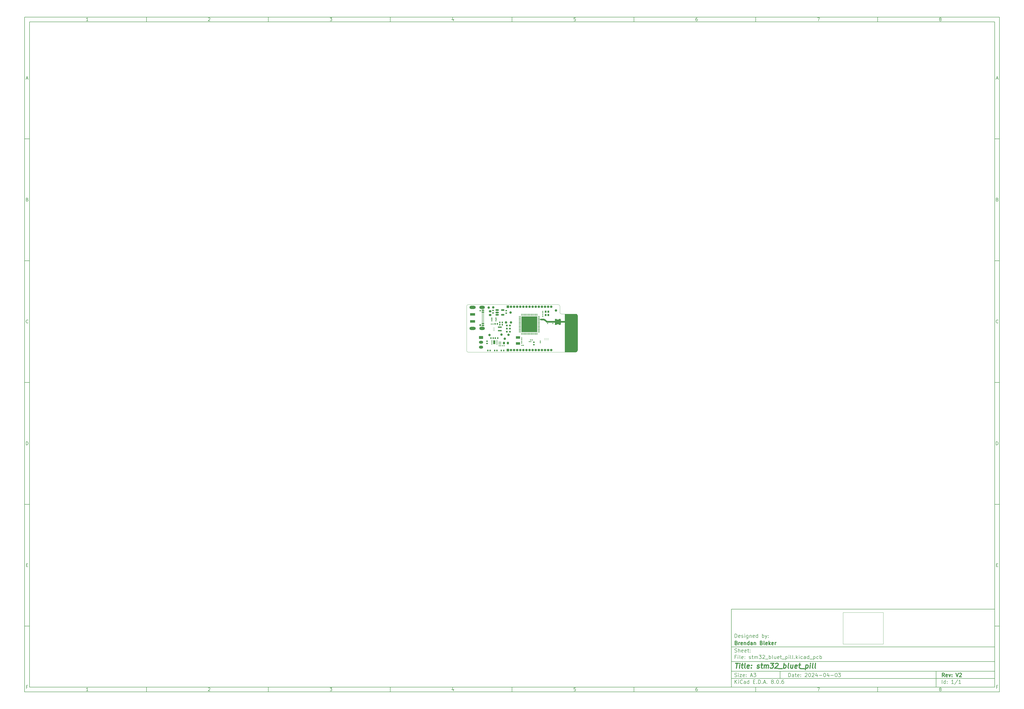
<source format=gbr>
%TF.GenerationSoftware,KiCad,Pcbnew,8.0.6-8.0.6-0~ubuntu24.04.1*%
%TF.CreationDate,2024-12-02T20:40:39-08:00*%
%TF.ProjectId,stm32_bluet_pill,73746d33-325f-4626-9c75-65745f70696c,V2*%
%TF.SameCoordinates,Original*%
%TF.FileFunction,Soldermask,Top*%
%TF.FilePolarity,Negative*%
%FSLAX46Y46*%
G04 Gerber Fmt 4.6, Leading zero omitted, Abs format (unit mm)*
G04 Created by KiCad (PCBNEW 8.0.6-8.0.6-0~ubuntu24.04.1) date 2024-12-02 20:40:39*
%MOMM*%
%LPD*%
G01*
G04 APERTURE LIST*
G04 Aperture macros list*
%AMRoundRect*
0 Rectangle with rounded corners*
0 $1 Rounding radius*
0 $2 $3 $4 $5 $6 $7 $8 $9 X,Y pos of 4 corners*
0 Add a 4 corners polygon primitive as box body*
4,1,4,$2,$3,$4,$5,$6,$7,$8,$9,$2,$3,0*
0 Add four circle primitives for the rounded corners*
1,1,$1+$1,$2,$3*
1,1,$1+$1,$4,$5*
1,1,$1+$1,$6,$7*
1,1,$1+$1,$8,$9*
0 Add four rect primitives between the rounded corners*
20,1,$1+$1,$2,$3,$4,$5,0*
20,1,$1+$1,$4,$5,$6,$7,0*
20,1,$1+$1,$6,$7,$8,$9,0*
20,1,$1+$1,$8,$9,$2,$3,0*%
%AMFreePoly0*
4,1,10,-0.450000,0.185000,0.450000,0.185000,0.450000,0.435000,1.200000,0.435000,1.200000,-0.235000,-1.000000,-0.235000,-1.200000,-0.035000,-1.200000,0.435000,-0.450000,0.435000,-0.450000,0.185000,-0.450000,0.185000,$1*%
%AMFreePoly1*
4,1,10,-0.450000,0.185000,0.450000,0.185000,0.450000,0.435000,1.200000,0.435000,1.200000,-0.035000,1.000000,-0.235000,-1.200000,-0.235000,-1.200000,0.435000,-0.450000,0.435000,-0.450000,0.185000,-0.450000,0.185000,$1*%
G04 Aperture macros list end*
%ADD10C,0.100000*%
%ADD11C,0.150000*%
%ADD12C,0.300000*%
%ADD13C,0.400000*%
%ADD14C,0.120000*%
%ADD15RoundRect,0.100000X0.130000X0.100000X-0.130000X0.100000X-0.130000X-0.100000X0.130000X-0.100000X0*%
%ADD16RoundRect,0.100000X-0.100000X0.130000X-0.100000X-0.130000X0.100000X-0.130000X0.100000X0.130000X0*%
%ADD17RoundRect,0.140000X-0.140000X-0.170000X0.140000X-0.170000X0.140000X0.170000X-0.140000X0.170000X0*%
%ADD18C,0.300000*%
%ADD19RoundRect,0.225000X0.225000X0.250000X-0.225000X0.250000X-0.225000X-0.250000X0.225000X-0.250000X0*%
%ADD20C,1.000000*%
%ADD21RoundRect,0.147500X0.147500X0.172500X-0.147500X0.172500X-0.147500X-0.172500X0.147500X-0.172500X0*%
%ADD22RoundRect,0.100000X-0.130000X-0.100000X0.130000X-0.100000X0.130000X0.100000X-0.130000X0.100000X0*%
%ADD23RoundRect,0.140000X0.140000X0.170000X-0.140000X0.170000X-0.140000X-0.170000X0.140000X-0.170000X0*%
%ADD24RoundRect,0.147500X-0.147500X-0.172500X0.147500X-0.172500X0.147500X0.172500X-0.147500X0.172500X0*%
%ADD25RoundRect,0.140000X-0.170000X0.140000X-0.170000X-0.140000X0.170000X-0.140000X0.170000X0.140000X0*%
%ADD26R,1.000000X1.000000*%
%ADD27O,1.000000X1.000000*%
%ADD28R,1.600000X0.550000*%
%ADD29RoundRect,0.135000X0.135000X0.185000X-0.135000X0.185000X-0.135000X-0.185000X0.135000X-0.185000X0*%
%ADD30RoundRect,0.250000X-0.625000X0.350000X-0.625000X-0.350000X0.625000X-0.350000X0.625000X0.350000X0*%
%ADD31O,1.750000X1.200000*%
%ADD32C,0.200000*%
%ADD33RoundRect,0.100000X0.100000X-0.130000X0.100000X0.130000X-0.100000X0.130000X-0.100000X-0.130000X0*%
%ADD34C,0.600000*%
%ADD35R,2.000000X1.000000*%
%ADD36O,0.600000X0.850000*%
%ADD37R,1.000000X0.520000*%
%ADD38R,1.000000X0.270000*%
%ADD39O,2.300000X1.300000*%
%ADD40O,2.600000X1.300000*%
%ADD41C,0.990600*%
%ADD42C,0.787400*%
%ADD43R,0.800000X0.900000*%
%ADD44R,0.480000X0.500000*%
%ADD45FreePoly0,0.000000*%
%ADD46FreePoly1,180.000000*%
%ADD47RoundRect,0.050000X0.200000X0.050000X-0.200000X0.050000X-0.200000X-0.050000X0.200000X-0.050000X0*%
%ADD48RoundRect,0.050000X-0.200000X-0.050000X0.200000X-0.050000X0.200000X0.050000X-0.200000X0.050000X0*%
%ADD49C,0.400000*%
%ADD50RoundRect,0.050000X-0.400000X-0.700000X0.400000X-0.700000X0.400000X0.700000X-0.400000X0.700000X0*%
%ADD51RoundRect,0.225000X-0.250000X0.225000X-0.250000X-0.225000X0.250000X-0.225000X0.250000X0.225000X0*%
%ADD52R,1.800000X1.000000*%
%ADD53RoundRect,0.093750X0.156250X0.093750X-0.156250X0.093750X-0.156250X-0.093750X0.156250X-0.093750X0*%
%ADD54RoundRect,0.075000X0.250000X0.075000X-0.250000X0.075000X-0.250000X-0.075000X0.250000X-0.075000X0*%
%ADD55RoundRect,0.135000X-0.185000X0.135000X-0.185000X-0.135000X0.185000X-0.135000X0.185000X0.135000X0*%
%ADD56RoundRect,0.150000X-0.512500X-0.150000X0.512500X-0.150000X0.512500X0.150000X-0.512500X0.150000X0*%
%ADD57RoundRect,0.062500X0.062500X-0.400000X0.062500X0.400000X-0.062500X0.400000X-0.062500X-0.400000X0*%
%ADD58RoundRect,0.062500X0.400000X-0.062500X0.400000X0.062500X-0.400000X0.062500X-0.400000X-0.062500X0*%
%ADD59R,6.400000X6.400000*%
%TA.AperFunction,Profile*%
%ADD60C,0.100000*%
%TD*%
G04 APERTURE END LIST*
D10*
X345821001Y-254402167D02*
X345821001Y-267313833D01*
X362331000Y-267313833D01*
X362331000Y-254402167D01*
X345821001Y-254402167D01*
D11*
X299989000Y-253002200D02*
X407989000Y-253002200D01*
X407989000Y-285002200D01*
X299989000Y-285002200D01*
X299989000Y-253002200D01*
D10*
D11*
X10000000Y-10000000D02*
X409989000Y-10000000D01*
X409989000Y-287002200D01*
X10000000Y-287002200D01*
X10000000Y-10000000D01*
D10*
D11*
X12000000Y-12000000D02*
X407989000Y-12000000D01*
X407989000Y-285002200D01*
X12000000Y-285002200D01*
X12000000Y-12000000D01*
D10*
D11*
X60000000Y-12000000D02*
X60000000Y-10000000D01*
D10*
D11*
X110000000Y-12000000D02*
X110000000Y-10000000D01*
D10*
D11*
X160000000Y-12000000D02*
X160000000Y-10000000D01*
D10*
D11*
X210000000Y-12000000D02*
X210000000Y-10000000D01*
D10*
D11*
X260000000Y-12000000D02*
X260000000Y-10000000D01*
D10*
D11*
X310000000Y-12000000D02*
X310000000Y-10000000D01*
D10*
D11*
X360000000Y-12000000D02*
X360000000Y-10000000D01*
D10*
D11*
X36089160Y-11593604D02*
X35346303Y-11593604D01*
X35717731Y-11593604D02*
X35717731Y-10293604D01*
X35717731Y-10293604D02*
X35593922Y-10479319D01*
X35593922Y-10479319D02*
X35470112Y-10603128D01*
X35470112Y-10603128D02*
X35346303Y-10665033D01*
D10*
D11*
X85346303Y-10417414D02*
X85408207Y-10355509D01*
X85408207Y-10355509D02*
X85532017Y-10293604D01*
X85532017Y-10293604D02*
X85841541Y-10293604D01*
X85841541Y-10293604D02*
X85965350Y-10355509D01*
X85965350Y-10355509D02*
X86027255Y-10417414D01*
X86027255Y-10417414D02*
X86089160Y-10541223D01*
X86089160Y-10541223D02*
X86089160Y-10665033D01*
X86089160Y-10665033D02*
X86027255Y-10850747D01*
X86027255Y-10850747D02*
X85284398Y-11593604D01*
X85284398Y-11593604D02*
X86089160Y-11593604D01*
D10*
D11*
X135284398Y-10293604D02*
X136089160Y-10293604D01*
X136089160Y-10293604D02*
X135655826Y-10788842D01*
X135655826Y-10788842D02*
X135841541Y-10788842D01*
X135841541Y-10788842D02*
X135965350Y-10850747D01*
X135965350Y-10850747D02*
X136027255Y-10912652D01*
X136027255Y-10912652D02*
X136089160Y-11036461D01*
X136089160Y-11036461D02*
X136089160Y-11345985D01*
X136089160Y-11345985D02*
X136027255Y-11469795D01*
X136027255Y-11469795D02*
X135965350Y-11531700D01*
X135965350Y-11531700D02*
X135841541Y-11593604D01*
X135841541Y-11593604D02*
X135470112Y-11593604D01*
X135470112Y-11593604D02*
X135346303Y-11531700D01*
X135346303Y-11531700D02*
X135284398Y-11469795D01*
D10*
D11*
X185965350Y-10726938D02*
X185965350Y-11593604D01*
X185655826Y-10231700D02*
X185346303Y-11160271D01*
X185346303Y-11160271D02*
X186151064Y-11160271D01*
D10*
D11*
X236027255Y-10293604D02*
X235408207Y-10293604D01*
X235408207Y-10293604D02*
X235346303Y-10912652D01*
X235346303Y-10912652D02*
X235408207Y-10850747D01*
X235408207Y-10850747D02*
X235532017Y-10788842D01*
X235532017Y-10788842D02*
X235841541Y-10788842D01*
X235841541Y-10788842D02*
X235965350Y-10850747D01*
X235965350Y-10850747D02*
X236027255Y-10912652D01*
X236027255Y-10912652D02*
X236089160Y-11036461D01*
X236089160Y-11036461D02*
X236089160Y-11345985D01*
X236089160Y-11345985D02*
X236027255Y-11469795D01*
X236027255Y-11469795D02*
X235965350Y-11531700D01*
X235965350Y-11531700D02*
X235841541Y-11593604D01*
X235841541Y-11593604D02*
X235532017Y-11593604D01*
X235532017Y-11593604D02*
X235408207Y-11531700D01*
X235408207Y-11531700D02*
X235346303Y-11469795D01*
D10*
D11*
X285965350Y-10293604D02*
X285717731Y-10293604D01*
X285717731Y-10293604D02*
X285593922Y-10355509D01*
X285593922Y-10355509D02*
X285532017Y-10417414D01*
X285532017Y-10417414D02*
X285408207Y-10603128D01*
X285408207Y-10603128D02*
X285346303Y-10850747D01*
X285346303Y-10850747D02*
X285346303Y-11345985D01*
X285346303Y-11345985D02*
X285408207Y-11469795D01*
X285408207Y-11469795D02*
X285470112Y-11531700D01*
X285470112Y-11531700D02*
X285593922Y-11593604D01*
X285593922Y-11593604D02*
X285841541Y-11593604D01*
X285841541Y-11593604D02*
X285965350Y-11531700D01*
X285965350Y-11531700D02*
X286027255Y-11469795D01*
X286027255Y-11469795D02*
X286089160Y-11345985D01*
X286089160Y-11345985D02*
X286089160Y-11036461D01*
X286089160Y-11036461D02*
X286027255Y-10912652D01*
X286027255Y-10912652D02*
X285965350Y-10850747D01*
X285965350Y-10850747D02*
X285841541Y-10788842D01*
X285841541Y-10788842D02*
X285593922Y-10788842D01*
X285593922Y-10788842D02*
X285470112Y-10850747D01*
X285470112Y-10850747D02*
X285408207Y-10912652D01*
X285408207Y-10912652D02*
X285346303Y-11036461D01*
D10*
D11*
X335284398Y-10293604D02*
X336151064Y-10293604D01*
X336151064Y-10293604D02*
X335593922Y-11593604D01*
D10*
D11*
X385593922Y-10850747D02*
X385470112Y-10788842D01*
X385470112Y-10788842D02*
X385408207Y-10726938D01*
X385408207Y-10726938D02*
X385346303Y-10603128D01*
X385346303Y-10603128D02*
X385346303Y-10541223D01*
X385346303Y-10541223D02*
X385408207Y-10417414D01*
X385408207Y-10417414D02*
X385470112Y-10355509D01*
X385470112Y-10355509D02*
X385593922Y-10293604D01*
X385593922Y-10293604D02*
X385841541Y-10293604D01*
X385841541Y-10293604D02*
X385965350Y-10355509D01*
X385965350Y-10355509D02*
X386027255Y-10417414D01*
X386027255Y-10417414D02*
X386089160Y-10541223D01*
X386089160Y-10541223D02*
X386089160Y-10603128D01*
X386089160Y-10603128D02*
X386027255Y-10726938D01*
X386027255Y-10726938D02*
X385965350Y-10788842D01*
X385965350Y-10788842D02*
X385841541Y-10850747D01*
X385841541Y-10850747D02*
X385593922Y-10850747D01*
X385593922Y-10850747D02*
X385470112Y-10912652D01*
X385470112Y-10912652D02*
X385408207Y-10974557D01*
X385408207Y-10974557D02*
X385346303Y-11098366D01*
X385346303Y-11098366D02*
X385346303Y-11345985D01*
X385346303Y-11345985D02*
X385408207Y-11469795D01*
X385408207Y-11469795D02*
X385470112Y-11531700D01*
X385470112Y-11531700D02*
X385593922Y-11593604D01*
X385593922Y-11593604D02*
X385841541Y-11593604D01*
X385841541Y-11593604D02*
X385965350Y-11531700D01*
X385965350Y-11531700D02*
X386027255Y-11469795D01*
X386027255Y-11469795D02*
X386089160Y-11345985D01*
X386089160Y-11345985D02*
X386089160Y-11098366D01*
X386089160Y-11098366D02*
X386027255Y-10974557D01*
X386027255Y-10974557D02*
X385965350Y-10912652D01*
X385965350Y-10912652D02*
X385841541Y-10850747D01*
D10*
D11*
X60000000Y-285002200D02*
X60000000Y-287002200D01*
D10*
D11*
X110000000Y-285002200D02*
X110000000Y-287002200D01*
D10*
D11*
X160000000Y-285002200D02*
X160000000Y-287002200D01*
D10*
D11*
X210000000Y-285002200D02*
X210000000Y-287002200D01*
D10*
D11*
X260000000Y-285002200D02*
X260000000Y-287002200D01*
D10*
D11*
X310000000Y-285002200D02*
X310000000Y-287002200D01*
D10*
D11*
X360000000Y-285002200D02*
X360000000Y-287002200D01*
D10*
D11*
X36089160Y-286595804D02*
X35346303Y-286595804D01*
X35717731Y-286595804D02*
X35717731Y-285295804D01*
X35717731Y-285295804D02*
X35593922Y-285481519D01*
X35593922Y-285481519D02*
X35470112Y-285605328D01*
X35470112Y-285605328D02*
X35346303Y-285667233D01*
D10*
D11*
X85346303Y-285419614D02*
X85408207Y-285357709D01*
X85408207Y-285357709D02*
X85532017Y-285295804D01*
X85532017Y-285295804D02*
X85841541Y-285295804D01*
X85841541Y-285295804D02*
X85965350Y-285357709D01*
X85965350Y-285357709D02*
X86027255Y-285419614D01*
X86027255Y-285419614D02*
X86089160Y-285543423D01*
X86089160Y-285543423D02*
X86089160Y-285667233D01*
X86089160Y-285667233D02*
X86027255Y-285852947D01*
X86027255Y-285852947D02*
X85284398Y-286595804D01*
X85284398Y-286595804D02*
X86089160Y-286595804D01*
D10*
D11*
X135284398Y-285295804D02*
X136089160Y-285295804D01*
X136089160Y-285295804D02*
X135655826Y-285791042D01*
X135655826Y-285791042D02*
X135841541Y-285791042D01*
X135841541Y-285791042D02*
X135965350Y-285852947D01*
X135965350Y-285852947D02*
X136027255Y-285914852D01*
X136027255Y-285914852D02*
X136089160Y-286038661D01*
X136089160Y-286038661D02*
X136089160Y-286348185D01*
X136089160Y-286348185D02*
X136027255Y-286471995D01*
X136027255Y-286471995D02*
X135965350Y-286533900D01*
X135965350Y-286533900D02*
X135841541Y-286595804D01*
X135841541Y-286595804D02*
X135470112Y-286595804D01*
X135470112Y-286595804D02*
X135346303Y-286533900D01*
X135346303Y-286533900D02*
X135284398Y-286471995D01*
D10*
D11*
X185965350Y-285729138D02*
X185965350Y-286595804D01*
X185655826Y-285233900D02*
X185346303Y-286162471D01*
X185346303Y-286162471D02*
X186151064Y-286162471D01*
D10*
D11*
X236027255Y-285295804D02*
X235408207Y-285295804D01*
X235408207Y-285295804D02*
X235346303Y-285914852D01*
X235346303Y-285914852D02*
X235408207Y-285852947D01*
X235408207Y-285852947D02*
X235532017Y-285791042D01*
X235532017Y-285791042D02*
X235841541Y-285791042D01*
X235841541Y-285791042D02*
X235965350Y-285852947D01*
X235965350Y-285852947D02*
X236027255Y-285914852D01*
X236027255Y-285914852D02*
X236089160Y-286038661D01*
X236089160Y-286038661D02*
X236089160Y-286348185D01*
X236089160Y-286348185D02*
X236027255Y-286471995D01*
X236027255Y-286471995D02*
X235965350Y-286533900D01*
X235965350Y-286533900D02*
X235841541Y-286595804D01*
X235841541Y-286595804D02*
X235532017Y-286595804D01*
X235532017Y-286595804D02*
X235408207Y-286533900D01*
X235408207Y-286533900D02*
X235346303Y-286471995D01*
D10*
D11*
X285965350Y-285295804D02*
X285717731Y-285295804D01*
X285717731Y-285295804D02*
X285593922Y-285357709D01*
X285593922Y-285357709D02*
X285532017Y-285419614D01*
X285532017Y-285419614D02*
X285408207Y-285605328D01*
X285408207Y-285605328D02*
X285346303Y-285852947D01*
X285346303Y-285852947D02*
X285346303Y-286348185D01*
X285346303Y-286348185D02*
X285408207Y-286471995D01*
X285408207Y-286471995D02*
X285470112Y-286533900D01*
X285470112Y-286533900D02*
X285593922Y-286595804D01*
X285593922Y-286595804D02*
X285841541Y-286595804D01*
X285841541Y-286595804D02*
X285965350Y-286533900D01*
X285965350Y-286533900D02*
X286027255Y-286471995D01*
X286027255Y-286471995D02*
X286089160Y-286348185D01*
X286089160Y-286348185D02*
X286089160Y-286038661D01*
X286089160Y-286038661D02*
X286027255Y-285914852D01*
X286027255Y-285914852D02*
X285965350Y-285852947D01*
X285965350Y-285852947D02*
X285841541Y-285791042D01*
X285841541Y-285791042D02*
X285593922Y-285791042D01*
X285593922Y-285791042D02*
X285470112Y-285852947D01*
X285470112Y-285852947D02*
X285408207Y-285914852D01*
X285408207Y-285914852D02*
X285346303Y-286038661D01*
D10*
D11*
X335284398Y-285295804D02*
X336151064Y-285295804D01*
X336151064Y-285295804D02*
X335593922Y-286595804D01*
D10*
D11*
X385593922Y-285852947D02*
X385470112Y-285791042D01*
X385470112Y-285791042D02*
X385408207Y-285729138D01*
X385408207Y-285729138D02*
X385346303Y-285605328D01*
X385346303Y-285605328D02*
X385346303Y-285543423D01*
X385346303Y-285543423D02*
X385408207Y-285419614D01*
X385408207Y-285419614D02*
X385470112Y-285357709D01*
X385470112Y-285357709D02*
X385593922Y-285295804D01*
X385593922Y-285295804D02*
X385841541Y-285295804D01*
X385841541Y-285295804D02*
X385965350Y-285357709D01*
X385965350Y-285357709D02*
X386027255Y-285419614D01*
X386027255Y-285419614D02*
X386089160Y-285543423D01*
X386089160Y-285543423D02*
X386089160Y-285605328D01*
X386089160Y-285605328D02*
X386027255Y-285729138D01*
X386027255Y-285729138D02*
X385965350Y-285791042D01*
X385965350Y-285791042D02*
X385841541Y-285852947D01*
X385841541Y-285852947D02*
X385593922Y-285852947D01*
X385593922Y-285852947D02*
X385470112Y-285914852D01*
X385470112Y-285914852D02*
X385408207Y-285976757D01*
X385408207Y-285976757D02*
X385346303Y-286100566D01*
X385346303Y-286100566D02*
X385346303Y-286348185D01*
X385346303Y-286348185D02*
X385408207Y-286471995D01*
X385408207Y-286471995D02*
X385470112Y-286533900D01*
X385470112Y-286533900D02*
X385593922Y-286595804D01*
X385593922Y-286595804D02*
X385841541Y-286595804D01*
X385841541Y-286595804D02*
X385965350Y-286533900D01*
X385965350Y-286533900D02*
X386027255Y-286471995D01*
X386027255Y-286471995D02*
X386089160Y-286348185D01*
X386089160Y-286348185D02*
X386089160Y-286100566D01*
X386089160Y-286100566D02*
X386027255Y-285976757D01*
X386027255Y-285976757D02*
X385965350Y-285914852D01*
X385965350Y-285914852D02*
X385841541Y-285852947D01*
D10*
D11*
X10000000Y-60000000D02*
X12000000Y-60000000D01*
D10*
D11*
X10000000Y-110000000D02*
X12000000Y-110000000D01*
D10*
D11*
X10000000Y-160000000D02*
X12000000Y-160000000D01*
D10*
D11*
X10000000Y-210000000D02*
X12000000Y-210000000D01*
D10*
D11*
X10000000Y-260000000D02*
X12000000Y-260000000D01*
D10*
D11*
X10690476Y-35222176D02*
X11309523Y-35222176D01*
X10566666Y-35593604D02*
X10999999Y-34293604D01*
X10999999Y-34293604D02*
X11433333Y-35593604D01*
D10*
D11*
X11092857Y-84912652D02*
X11278571Y-84974557D01*
X11278571Y-84974557D02*
X11340476Y-85036461D01*
X11340476Y-85036461D02*
X11402380Y-85160271D01*
X11402380Y-85160271D02*
X11402380Y-85345985D01*
X11402380Y-85345985D02*
X11340476Y-85469795D01*
X11340476Y-85469795D02*
X11278571Y-85531700D01*
X11278571Y-85531700D02*
X11154761Y-85593604D01*
X11154761Y-85593604D02*
X10659523Y-85593604D01*
X10659523Y-85593604D02*
X10659523Y-84293604D01*
X10659523Y-84293604D02*
X11092857Y-84293604D01*
X11092857Y-84293604D02*
X11216666Y-84355509D01*
X11216666Y-84355509D02*
X11278571Y-84417414D01*
X11278571Y-84417414D02*
X11340476Y-84541223D01*
X11340476Y-84541223D02*
X11340476Y-84665033D01*
X11340476Y-84665033D02*
X11278571Y-84788842D01*
X11278571Y-84788842D02*
X11216666Y-84850747D01*
X11216666Y-84850747D02*
X11092857Y-84912652D01*
X11092857Y-84912652D02*
X10659523Y-84912652D01*
D10*
D11*
X11402380Y-135469795D02*
X11340476Y-135531700D01*
X11340476Y-135531700D02*
X11154761Y-135593604D01*
X11154761Y-135593604D02*
X11030952Y-135593604D01*
X11030952Y-135593604D02*
X10845238Y-135531700D01*
X10845238Y-135531700D02*
X10721428Y-135407890D01*
X10721428Y-135407890D02*
X10659523Y-135284080D01*
X10659523Y-135284080D02*
X10597619Y-135036461D01*
X10597619Y-135036461D02*
X10597619Y-134850747D01*
X10597619Y-134850747D02*
X10659523Y-134603128D01*
X10659523Y-134603128D02*
X10721428Y-134479319D01*
X10721428Y-134479319D02*
X10845238Y-134355509D01*
X10845238Y-134355509D02*
X11030952Y-134293604D01*
X11030952Y-134293604D02*
X11154761Y-134293604D01*
X11154761Y-134293604D02*
X11340476Y-134355509D01*
X11340476Y-134355509D02*
X11402380Y-134417414D01*
D10*
D11*
X10659523Y-185593604D02*
X10659523Y-184293604D01*
X10659523Y-184293604D02*
X10969047Y-184293604D01*
X10969047Y-184293604D02*
X11154761Y-184355509D01*
X11154761Y-184355509D02*
X11278571Y-184479319D01*
X11278571Y-184479319D02*
X11340476Y-184603128D01*
X11340476Y-184603128D02*
X11402380Y-184850747D01*
X11402380Y-184850747D02*
X11402380Y-185036461D01*
X11402380Y-185036461D02*
X11340476Y-185284080D01*
X11340476Y-185284080D02*
X11278571Y-185407890D01*
X11278571Y-185407890D02*
X11154761Y-185531700D01*
X11154761Y-185531700D02*
X10969047Y-185593604D01*
X10969047Y-185593604D02*
X10659523Y-185593604D01*
D10*
D11*
X10721428Y-234912652D02*
X11154762Y-234912652D01*
X11340476Y-235593604D02*
X10721428Y-235593604D01*
X10721428Y-235593604D02*
X10721428Y-234293604D01*
X10721428Y-234293604D02*
X11340476Y-234293604D01*
D10*
D11*
X11185714Y-284912652D02*
X10752380Y-284912652D01*
X10752380Y-285593604D02*
X10752380Y-284293604D01*
X10752380Y-284293604D02*
X11371428Y-284293604D01*
D10*
D11*
X409989000Y-60000000D02*
X407989000Y-60000000D01*
D10*
D11*
X409989000Y-110000000D02*
X407989000Y-110000000D01*
D10*
D11*
X409989000Y-160000000D02*
X407989000Y-160000000D01*
D10*
D11*
X409989000Y-210000000D02*
X407989000Y-210000000D01*
D10*
D11*
X409989000Y-260000000D02*
X407989000Y-260000000D01*
D10*
D11*
X408679476Y-35222176D02*
X409298523Y-35222176D01*
X408555666Y-35593604D02*
X408988999Y-34293604D01*
X408988999Y-34293604D02*
X409422333Y-35593604D01*
D10*
D11*
X409081857Y-84912652D02*
X409267571Y-84974557D01*
X409267571Y-84974557D02*
X409329476Y-85036461D01*
X409329476Y-85036461D02*
X409391380Y-85160271D01*
X409391380Y-85160271D02*
X409391380Y-85345985D01*
X409391380Y-85345985D02*
X409329476Y-85469795D01*
X409329476Y-85469795D02*
X409267571Y-85531700D01*
X409267571Y-85531700D02*
X409143761Y-85593604D01*
X409143761Y-85593604D02*
X408648523Y-85593604D01*
X408648523Y-85593604D02*
X408648523Y-84293604D01*
X408648523Y-84293604D02*
X409081857Y-84293604D01*
X409081857Y-84293604D02*
X409205666Y-84355509D01*
X409205666Y-84355509D02*
X409267571Y-84417414D01*
X409267571Y-84417414D02*
X409329476Y-84541223D01*
X409329476Y-84541223D02*
X409329476Y-84665033D01*
X409329476Y-84665033D02*
X409267571Y-84788842D01*
X409267571Y-84788842D02*
X409205666Y-84850747D01*
X409205666Y-84850747D02*
X409081857Y-84912652D01*
X409081857Y-84912652D02*
X408648523Y-84912652D01*
D10*
D11*
X409391380Y-135469795D02*
X409329476Y-135531700D01*
X409329476Y-135531700D02*
X409143761Y-135593604D01*
X409143761Y-135593604D02*
X409019952Y-135593604D01*
X409019952Y-135593604D02*
X408834238Y-135531700D01*
X408834238Y-135531700D02*
X408710428Y-135407890D01*
X408710428Y-135407890D02*
X408648523Y-135284080D01*
X408648523Y-135284080D02*
X408586619Y-135036461D01*
X408586619Y-135036461D02*
X408586619Y-134850747D01*
X408586619Y-134850747D02*
X408648523Y-134603128D01*
X408648523Y-134603128D02*
X408710428Y-134479319D01*
X408710428Y-134479319D02*
X408834238Y-134355509D01*
X408834238Y-134355509D02*
X409019952Y-134293604D01*
X409019952Y-134293604D02*
X409143761Y-134293604D01*
X409143761Y-134293604D02*
X409329476Y-134355509D01*
X409329476Y-134355509D02*
X409391380Y-134417414D01*
D10*
D11*
X408648523Y-185593604D02*
X408648523Y-184293604D01*
X408648523Y-184293604D02*
X408958047Y-184293604D01*
X408958047Y-184293604D02*
X409143761Y-184355509D01*
X409143761Y-184355509D02*
X409267571Y-184479319D01*
X409267571Y-184479319D02*
X409329476Y-184603128D01*
X409329476Y-184603128D02*
X409391380Y-184850747D01*
X409391380Y-184850747D02*
X409391380Y-185036461D01*
X409391380Y-185036461D02*
X409329476Y-185284080D01*
X409329476Y-185284080D02*
X409267571Y-185407890D01*
X409267571Y-185407890D02*
X409143761Y-185531700D01*
X409143761Y-185531700D02*
X408958047Y-185593604D01*
X408958047Y-185593604D02*
X408648523Y-185593604D01*
D10*
D11*
X408710428Y-234912652D02*
X409143762Y-234912652D01*
X409329476Y-235593604D02*
X408710428Y-235593604D01*
X408710428Y-235593604D02*
X408710428Y-234293604D01*
X408710428Y-234293604D02*
X409329476Y-234293604D01*
D10*
D11*
X409174714Y-284912652D02*
X408741380Y-284912652D01*
X408741380Y-285593604D02*
X408741380Y-284293604D01*
X408741380Y-284293604D02*
X409360428Y-284293604D01*
D10*
D11*
X323444826Y-280788328D02*
X323444826Y-279288328D01*
X323444826Y-279288328D02*
X323801969Y-279288328D01*
X323801969Y-279288328D02*
X324016255Y-279359757D01*
X324016255Y-279359757D02*
X324159112Y-279502614D01*
X324159112Y-279502614D02*
X324230541Y-279645471D01*
X324230541Y-279645471D02*
X324301969Y-279931185D01*
X324301969Y-279931185D02*
X324301969Y-280145471D01*
X324301969Y-280145471D02*
X324230541Y-280431185D01*
X324230541Y-280431185D02*
X324159112Y-280574042D01*
X324159112Y-280574042D02*
X324016255Y-280716900D01*
X324016255Y-280716900D02*
X323801969Y-280788328D01*
X323801969Y-280788328D02*
X323444826Y-280788328D01*
X325587684Y-280788328D02*
X325587684Y-280002614D01*
X325587684Y-280002614D02*
X325516255Y-279859757D01*
X325516255Y-279859757D02*
X325373398Y-279788328D01*
X325373398Y-279788328D02*
X325087684Y-279788328D01*
X325087684Y-279788328D02*
X324944826Y-279859757D01*
X325587684Y-280716900D02*
X325444826Y-280788328D01*
X325444826Y-280788328D02*
X325087684Y-280788328D01*
X325087684Y-280788328D02*
X324944826Y-280716900D01*
X324944826Y-280716900D02*
X324873398Y-280574042D01*
X324873398Y-280574042D02*
X324873398Y-280431185D01*
X324873398Y-280431185D02*
X324944826Y-280288328D01*
X324944826Y-280288328D02*
X325087684Y-280216900D01*
X325087684Y-280216900D02*
X325444826Y-280216900D01*
X325444826Y-280216900D02*
X325587684Y-280145471D01*
X326087684Y-279788328D02*
X326659112Y-279788328D01*
X326301969Y-279288328D02*
X326301969Y-280574042D01*
X326301969Y-280574042D02*
X326373398Y-280716900D01*
X326373398Y-280716900D02*
X326516255Y-280788328D01*
X326516255Y-280788328D02*
X326659112Y-280788328D01*
X327730541Y-280716900D02*
X327587684Y-280788328D01*
X327587684Y-280788328D02*
X327301970Y-280788328D01*
X327301970Y-280788328D02*
X327159112Y-280716900D01*
X327159112Y-280716900D02*
X327087684Y-280574042D01*
X327087684Y-280574042D02*
X327087684Y-280002614D01*
X327087684Y-280002614D02*
X327159112Y-279859757D01*
X327159112Y-279859757D02*
X327301970Y-279788328D01*
X327301970Y-279788328D02*
X327587684Y-279788328D01*
X327587684Y-279788328D02*
X327730541Y-279859757D01*
X327730541Y-279859757D02*
X327801970Y-280002614D01*
X327801970Y-280002614D02*
X327801970Y-280145471D01*
X327801970Y-280145471D02*
X327087684Y-280288328D01*
X328444826Y-280645471D02*
X328516255Y-280716900D01*
X328516255Y-280716900D02*
X328444826Y-280788328D01*
X328444826Y-280788328D02*
X328373398Y-280716900D01*
X328373398Y-280716900D02*
X328444826Y-280645471D01*
X328444826Y-280645471D02*
X328444826Y-280788328D01*
X328444826Y-279859757D02*
X328516255Y-279931185D01*
X328516255Y-279931185D02*
X328444826Y-280002614D01*
X328444826Y-280002614D02*
X328373398Y-279931185D01*
X328373398Y-279931185D02*
X328444826Y-279859757D01*
X328444826Y-279859757D02*
X328444826Y-280002614D01*
X330230541Y-279431185D02*
X330301969Y-279359757D01*
X330301969Y-279359757D02*
X330444827Y-279288328D01*
X330444827Y-279288328D02*
X330801969Y-279288328D01*
X330801969Y-279288328D02*
X330944827Y-279359757D01*
X330944827Y-279359757D02*
X331016255Y-279431185D01*
X331016255Y-279431185D02*
X331087684Y-279574042D01*
X331087684Y-279574042D02*
X331087684Y-279716900D01*
X331087684Y-279716900D02*
X331016255Y-279931185D01*
X331016255Y-279931185D02*
X330159112Y-280788328D01*
X330159112Y-280788328D02*
X331087684Y-280788328D01*
X332016255Y-279288328D02*
X332159112Y-279288328D01*
X332159112Y-279288328D02*
X332301969Y-279359757D01*
X332301969Y-279359757D02*
X332373398Y-279431185D01*
X332373398Y-279431185D02*
X332444826Y-279574042D01*
X332444826Y-279574042D02*
X332516255Y-279859757D01*
X332516255Y-279859757D02*
X332516255Y-280216900D01*
X332516255Y-280216900D02*
X332444826Y-280502614D01*
X332444826Y-280502614D02*
X332373398Y-280645471D01*
X332373398Y-280645471D02*
X332301969Y-280716900D01*
X332301969Y-280716900D02*
X332159112Y-280788328D01*
X332159112Y-280788328D02*
X332016255Y-280788328D01*
X332016255Y-280788328D02*
X331873398Y-280716900D01*
X331873398Y-280716900D02*
X331801969Y-280645471D01*
X331801969Y-280645471D02*
X331730540Y-280502614D01*
X331730540Y-280502614D02*
X331659112Y-280216900D01*
X331659112Y-280216900D02*
X331659112Y-279859757D01*
X331659112Y-279859757D02*
X331730540Y-279574042D01*
X331730540Y-279574042D02*
X331801969Y-279431185D01*
X331801969Y-279431185D02*
X331873398Y-279359757D01*
X331873398Y-279359757D02*
X332016255Y-279288328D01*
X333087683Y-279431185D02*
X333159111Y-279359757D01*
X333159111Y-279359757D02*
X333301969Y-279288328D01*
X333301969Y-279288328D02*
X333659111Y-279288328D01*
X333659111Y-279288328D02*
X333801969Y-279359757D01*
X333801969Y-279359757D02*
X333873397Y-279431185D01*
X333873397Y-279431185D02*
X333944826Y-279574042D01*
X333944826Y-279574042D02*
X333944826Y-279716900D01*
X333944826Y-279716900D02*
X333873397Y-279931185D01*
X333873397Y-279931185D02*
X333016254Y-280788328D01*
X333016254Y-280788328D02*
X333944826Y-280788328D01*
X335230540Y-279788328D02*
X335230540Y-280788328D01*
X334873397Y-279216900D02*
X334516254Y-280288328D01*
X334516254Y-280288328D02*
X335444825Y-280288328D01*
X336016253Y-280216900D02*
X337159111Y-280216900D01*
X338159111Y-279288328D02*
X338301968Y-279288328D01*
X338301968Y-279288328D02*
X338444825Y-279359757D01*
X338444825Y-279359757D02*
X338516254Y-279431185D01*
X338516254Y-279431185D02*
X338587682Y-279574042D01*
X338587682Y-279574042D02*
X338659111Y-279859757D01*
X338659111Y-279859757D02*
X338659111Y-280216900D01*
X338659111Y-280216900D02*
X338587682Y-280502614D01*
X338587682Y-280502614D02*
X338516254Y-280645471D01*
X338516254Y-280645471D02*
X338444825Y-280716900D01*
X338444825Y-280716900D02*
X338301968Y-280788328D01*
X338301968Y-280788328D02*
X338159111Y-280788328D01*
X338159111Y-280788328D02*
X338016254Y-280716900D01*
X338016254Y-280716900D02*
X337944825Y-280645471D01*
X337944825Y-280645471D02*
X337873396Y-280502614D01*
X337873396Y-280502614D02*
X337801968Y-280216900D01*
X337801968Y-280216900D02*
X337801968Y-279859757D01*
X337801968Y-279859757D02*
X337873396Y-279574042D01*
X337873396Y-279574042D02*
X337944825Y-279431185D01*
X337944825Y-279431185D02*
X338016254Y-279359757D01*
X338016254Y-279359757D02*
X338159111Y-279288328D01*
X339944825Y-279788328D02*
X339944825Y-280788328D01*
X339587682Y-279216900D02*
X339230539Y-280288328D01*
X339230539Y-280288328D02*
X340159110Y-280288328D01*
X340730538Y-280216900D02*
X341873396Y-280216900D01*
X342873396Y-279288328D02*
X343016253Y-279288328D01*
X343016253Y-279288328D02*
X343159110Y-279359757D01*
X343159110Y-279359757D02*
X343230539Y-279431185D01*
X343230539Y-279431185D02*
X343301967Y-279574042D01*
X343301967Y-279574042D02*
X343373396Y-279859757D01*
X343373396Y-279859757D02*
X343373396Y-280216900D01*
X343373396Y-280216900D02*
X343301967Y-280502614D01*
X343301967Y-280502614D02*
X343230539Y-280645471D01*
X343230539Y-280645471D02*
X343159110Y-280716900D01*
X343159110Y-280716900D02*
X343016253Y-280788328D01*
X343016253Y-280788328D02*
X342873396Y-280788328D01*
X342873396Y-280788328D02*
X342730539Y-280716900D01*
X342730539Y-280716900D02*
X342659110Y-280645471D01*
X342659110Y-280645471D02*
X342587681Y-280502614D01*
X342587681Y-280502614D02*
X342516253Y-280216900D01*
X342516253Y-280216900D02*
X342516253Y-279859757D01*
X342516253Y-279859757D02*
X342587681Y-279574042D01*
X342587681Y-279574042D02*
X342659110Y-279431185D01*
X342659110Y-279431185D02*
X342730539Y-279359757D01*
X342730539Y-279359757D02*
X342873396Y-279288328D01*
X343873395Y-279288328D02*
X344801967Y-279288328D01*
X344801967Y-279288328D02*
X344301967Y-279859757D01*
X344301967Y-279859757D02*
X344516252Y-279859757D01*
X344516252Y-279859757D02*
X344659110Y-279931185D01*
X344659110Y-279931185D02*
X344730538Y-280002614D01*
X344730538Y-280002614D02*
X344801967Y-280145471D01*
X344801967Y-280145471D02*
X344801967Y-280502614D01*
X344801967Y-280502614D02*
X344730538Y-280645471D01*
X344730538Y-280645471D02*
X344659110Y-280716900D01*
X344659110Y-280716900D02*
X344516252Y-280788328D01*
X344516252Y-280788328D02*
X344087681Y-280788328D01*
X344087681Y-280788328D02*
X343944824Y-280716900D01*
X343944824Y-280716900D02*
X343873395Y-280645471D01*
D10*
D11*
X299989000Y-281502200D02*
X407989000Y-281502200D01*
D10*
D11*
X301444826Y-283588328D02*
X301444826Y-282088328D01*
X302301969Y-283588328D02*
X301659112Y-282731185D01*
X302301969Y-282088328D02*
X301444826Y-282945471D01*
X302944826Y-283588328D02*
X302944826Y-282588328D01*
X302944826Y-282088328D02*
X302873398Y-282159757D01*
X302873398Y-282159757D02*
X302944826Y-282231185D01*
X302944826Y-282231185D02*
X303016255Y-282159757D01*
X303016255Y-282159757D02*
X302944826Y-282088328D01*
X302944826Y-282088328D02*
X302944826Y-282231185D01*
X304516255Y-283445471D02*
X304444827Y-283516900D01*
X304444827Y-283516900D02*
X304230541Y-283588328D01*
X304230541Y-283588328D02*
X304087684Y-283588328D01*
X304087684Y-283588328D02*
X303873398Y-283516900D01*
X303873398Y-283516900D02*
X303730541Y-283374042D01*
X303730541Y-283374042D02*
X303659112Y-283231185D01*
X303659112Y-283231185D02*
X303587684Y-282945471D01*
X303587684Y-282945471D02*
X303587684Y-282731185D01*
X303587684Y-282731185D02*
X303659112Y-282445471D01*
X303659112Y-282445471D02*
X303730541Y-282302614D01*
X303730541Y-282302614D02*
X303873398Y-282159757D01*
X303873398Y-282159757D02*
X304087684Y-282088328D01*
X304087684Y-282088328D02*
X304230541Y-282088328D01*
X304230541Y-282088328D02*
X304444827Y-282159757D01*
X304444827Y-282159757D02*
X304516255Y-282231185D01*
X305801970Y-283588328D02*
X305801970Y-282802614D01*
X305801970Y-282802614D02*
X305730541Y-282659757D01*
X305730541Y-282659757D02*
X305587684Y-282588328D01*
X305587684Y-282588328D02*
X305301970Y-282588328D01*
X305301970Y-282588328D02*
X305159112Y-282659757D01*
X305801970Y-283516900D02*
X305659112Y-283588328D01*
X305659112Y-283588328D02*
X305301970Y-283588328D01*
X305301970Y-283588328D02*
X305159112Y-283516900D01*
X305159112Y-283516900D02*
X305087684Y-283374042D01*
X305087684Y-283374042D02*
X305087684Y-283231185D01*
X305087684Y-283231185D02*
X305159112Y-283088328D01*
X305159112Y-283088328D02*
X305301970Y-283016900D01*
X305301970Y-283016900D02*
X305659112Y-283016900D01*
X305659112Y-283016900D02*
X305801970Y-282945471D01*
X307159113Y-283588328D02*
X307159113Y-282088328D01*
X307159113Y-283516900D02*
X307016255Y-283588328D01*
X307016255Y-283588328D02*
X306730541Y-283588328D01*
X306730541Y-283588328D02*
X306587684Y-283516900D01*
X306587684Y-283516900D02*
X306516255Y-283445471D01*
X306516255Y-283445471D02*
X306444827Y-283302614D01*
X306444827Y-283302614D02*
X306444827Y-282874042D01*
X306444827Y-282874042D02*
X306516255Y-282731185D01*
X306516255Y-282731185D02*
X306587684Y-282659757D01*
X306587684Y-282659757D02*
X306730541Y-282588328D01*
X306730541Y-282588328D02*
X307016255Y-282588328D01*
X307016255Y-282588328D02*
X307159113Y-282659757D01*
X309016255Y-282802614D02*
X309516255Y-282802614D01*
X309730541Y-283588328D02*
X309016255Y-283588328D01*
X309016255Y-283588328D02*
X309016255Y-282088328D01*
X309016255Y-282088328D02*
X309730541Y-282088328D01*
X310373398Y-283445471D02*
X310444827Y-283516900D01*
X310444827Y-283516900D02*
X310373398Y-283588328D01*
X310373398Y-283588328D02*
X310301970Y-283516900D01*
X310301970Y-283516900D02*
X310373398Y-283445471D01*
X310373398Y-283445471D02*
X310373398Y-283588328D01*
X311087684Y-283588328D02*
X311087684Y-282088328D01*
X311087684Y-282088328D02*
X311444827Y-282088328D01*
X311444827Y-282088328D02*
X311659113Y-282159757D01*
X311659113Y-282159757D02*
X311801970Y-282302614D01*
X311801970Y-282302614D02*
X311873399Y-282445471D01*
X311873399Y-282445471D02*
X311944827Y-282731185D01*
X311944827Y-282731185D02*
X311944827Y-282945471D01*
X311944827Y-282945471D02*
X311873399Y-283231185D01*
X311873399Y-283231185D02*
X311801970Y-283374042D01*
X311801970Y-283374042D02*
X311659113Y-283516900D01*
X311659113Y-283516900D02*
X311444827Y-283588328D01*
X311444827Y-283588328D02*
X311087684Y-283588328D01*
X312587684Y-283445471D02*
X312659113Y-283516900D01*
X312659113Y-283516900D02*
X312587684Y-283588328D01*
X312587684Y-283588328D02*
X312516256Y-283516900D01*
X312516256Y-283516900D02*
X312587684Y-283445471D01*
X312587684Y-283445471D02*
X312587684Y-283588328D01*
X313230542Y-283159757D02*
X313944828Y-283159757D01*
X313087685Y-283588328D02*
X313587685Y-282088328D01*
X313587685Y-282088328D02*
X314087685Y-283588328D01*
X314587684Y-283445471D02*
X314659113Y-283516900D01*
X314659113Y-283516900D02*
X314587684Y-283588328D01*
X314587684Y-283588328D02*
X314516256Y-283516900D01*
X314516256Y-283516900D02*
X314587684Y-283445471D01*
X314587684Y-283445471D02*
X314587684Y-283588328D01*
X316659113Y-282731185D02*
X316516256Y-282659757D01*
X316516256Y-282659757D02*
X316444827Y-282588328D01*
X316444827Y-282588328D02*
X316373399Y-282445471D01*
X316373399Y-282445471D02*
X316373399Y-282374042D01*
X316373399Y-282374042D02*
X316444827Y-282231185D01*
X316444827Y-282231185D02*
X316516256Y-282159757D01*
X316516256Y-282159757D02*
X316659113Y-282088328D01*
X316659113Y-282088328D02*
X316944827Y-282088328D01*
X316944827Y-282088328D02*
X317087685Y-282159757D01*
X317087685Y-282159757D02*
X317159113Y-282231185D01*
X317159113Y-282231185D02*
X317230542Y-282374042D01*
X317230542Y-282374042D02*
X317230542Y-282445471D01*
X317230542Y-282445471D02*
X317159113Y-282588328D01*
X317159113Y-282588328D02*
X317087685Y-282659757D01*
X317087685Y-282659757D02*
X316944827Y-282731185D01*
X316944827Y-282731185D02*
X316659113Y-282731185D01*
X316659113Y-282731185D02*
X316516256Y-282802614D01*
X316516256Y-282802614D02*
X316444827Y-282874042D01*
X316444827Y-282874042D02*
X316373399Y-283016900D01*
X316373399Y-283016900D02*
X316373399Y-283302614D01*
X316373399Y-283302614D02*
X316444827Y-283445471D01*
X316444827Y-283445471D02*
X316516256Y-283516900D01*
X316516256Y-283516900D02*
X316659113Y-283588328D01*
X316659113Y-283588328D02*
X316944827Y-283588328D01*
X316944827Y-283588328D02*
X317087685Y-283516900D01*
X317087685Y-283516900D02*
X317159113Y-283445471D01*
X317159113Y-283445471D02*
X317230542Y-283302614D01*
X317230542Y-283302614D02*
X317230542Y-283016900D01*
X317230542Y-283016900D02*
X317159113Y-282874042D01*
X317159113Y-282874042D02*
X317087685Y-282802614D01*
X317087685Y-282802614D02*
X316944827Y-282731185D01*
X317873398Y-283445471D02*
X317944827Y-283516900D01*
X317944827Y-283516900D02*
X317873398Y-283588328D01*
X317873398Y-283588328D02*
X317801970Y-283516900D01*
X317801970Y-283516900D02*
X317873398Y-283445471D01*
X317873398Y-283445471D02*
X317873398Y-283588328D01*
X318873399Y-282088328D02*
X319016256Y-282088328D01*
X319016256Y-282088328D02*
X319159113Y-282159757D01*
X319159113Y-282159757D02*
X319230542Y-282231185D01*
X319230542Y-282231185D02*
X319301970Y-282374042D01*
X319301970Y-282374042D02*
X319373399Y-282659757D01*
X319373399Y-282659757D02*
X319373399Y-283016900D01*
X319373399Y-283016900D02*
X319301970Y-283302614D01*
X319301970Y-283302614D02*
X319230542Y-283445471D01*
X319230542Y-283445471D02*
X319159113Y-283516900D01*
X319159113Y-283516900D02*
X319016256Y-283588328D01*
X319016256Y-283588328D02*
X318873399Y-283588328D01*
X318873399Y-283588328D02*
X318730542Y-283516900D01*
X318730542Y-283516900D02*
X318659113Y-283445471D01*
X318659113Y-283445471D02*
X318587684Y-283302614D01*
X318587684Y-283302614D02*
X318516256Y-283016900D01*
X318516256Y-283016900D02*
X318516256Y-282659757D01*
X318516256Y-282659757D02*
X318587684Y-282374042D01*
X318587684Y-282374042D02*
X318659113Y-282231185D01*
X318659113Y-282231185D02*
X318730542Y-282159757D01*
X318730542Y-282159757D02*
X318873399Y-282088328D01*
X320016255Y-283445471D02*
X320087684Y-283516900D01*
X320087684Y-283516900D02*
X320016255Y-283588328D01*
X320016255Y-283588328D02*
X319944827Y-283516900D01*
X319944827Y-283516900D02*
X320016255Y-283445471D01*
X320016255Y-283445471D02*
X320016255Y-283588328D01*
X321373399Y-282088328D02*
X321087684Y-282088328D01*
X321087684Y-282088328D02*
X320944827Y-282159757D01*
X320944827Y-282159757D02*
X320873399Y-282231185D01*
X320873399Y-282231185D02*
X320730541Y-282445471D01*
X320730541Y-282445471D02*
X320659113Y-282731185D01*
X320659113Y-282731185D02*
X320659113Y-283302614D01*
X320659113Y-283302614D02*
X320730541Y-283445471D01*
X320730541Y-283445471D02*
X320801970Y-283516900D01*
X320801970Y-283516900D02*
X320944827Y-283588328D01*
X320944827Y-283588328D02*
X321230541Y-283588328D01*
X321230541Y-283588328D02*
X321373399Y-283516900D01*
X321373399Y-283516900D02*
X321444827Y-283445471D01*
X321444827Y-283445471D02*
X321516256Y-283302614D01*
X321516256Y-283302614D02*
X321516256Y-282945471D01*
X321516256Y-282945471D02*
X321444827Y-282802614D01*
X321444827Y-282802614D02*
X321373399Y-282731185D01*
X321373399Y-282731185D02*
X321230541Y-282659757D01*
X321230541Y-282659757D02*
X320944827Y-282659757D01*
X320944827Y-282659757D02*
X320801970Y-282731185D01*
X320801970Y-282731185D02*
X320730541Y-282802614D01*
X320730541Y-282802614D02*
X320659113Y-282945471D01*
D10*
D11*
X299989000Y-278502200D02*
X407989000Y-278502200D01*
D10*
D12*
X387400653Y-280780528D02*
X386900653Y-280066242D01*
X386543510Y-280780528D02*
X386543510Y-279280528D01*
X386543510Y-279280528D02*
X387114939Y-279280528D01*
X387114939Y-279280528D02*
X387257796Y-279351957D01*
X387257796Y-279351957D02*
X387329225Y-279423385D01*
X387329225Y-279423385D02*
X387400653Y-279566242D01*
X387400653Y-279566242D02*
X387400653Y-279780528D01*
X387400653Y-279780528D02*
X387329225Y-279923385D01*
X387329225Y-279923385D02*
X387257796Y-279994814D01*
X387257796Y-279994814D02*
X387114939Y-280066242D01*
X387114939Y-280066242D02*
X386543510Y-280066242D01*
X388614939Y-280709100D02*
X388472082Y-280780528D01*
X388472082Y-280780528D02*
X388186368Y-280780528D01*
X388186368Y-280780528D02*
X388043510Y-280709100D01*
X388043510Y-280709100D02*
X387972082Y-280566242D01*
X387972082Y-280566242D02*
X387972082Y-279994814D01*
X387972082Y-279994814D02*
X388043510Y-279851957D01*
X388043510Y-279851957D02*
X388186368Y-279780528D01*
X388186368Y-279780528D02*
X388472082Y-279780528D01*
X388472082Y-279780528D02*
X388614939Y-279851957D01*
X388614939Y-279851957D02*
X388686368Y-279994814D01*
X388686368Y-279994814D02*
X388686368Y-280137671D01*
X388686368Y-280137671D02*
X387972082Y-280280528D01*
X389186367Y-279780528D02*
X389543510Y-280780528D01*
X389543510Y-280780528D02*
X389900653Y-279780528D01*
X390472081Y-280637671D02*
X390543510Y-280709100D01*
X390543510Y-280709100D02*
X390472081Y-280780528D01*
X390472081Y-280780528D02*
X390400653Y-280709100D01*
X390400653Y-280709100D02*
X390472081Y-280637671D01*
X390472081Y-280637671D02*
X390472081Y-280780528D01*
X390472081Y-279851957D02*
X390543510Y-279923385D01*
X390543510Y-279923385D02*
X390472081Y-279994814D01*
X390472081Y-279994814D02*
X390400653Y-279923385D01*
X390400653Y-279923385D02*
X390472081Y-279851957D01*
X390472081Y-279851957D02*
X390472081Y-279994814D01*
X392114939Y-279280528D02*
X392614939Y-280780528D01*
X392614939Y-280780528D02*
X393114939Y-279280528D01*
X393543510Y-279423385D02*
X393614938Y-279351957D01*
X393614938Y-279351957D02*
X393757796Y-279280528D01*
X393757796Y-279280528D02*
X394114938Y-279280528D01*
X394114938Y-279280528D02*
X394257796Y-279351957D01*
X394257796Y-279351957D02*
X394329224Y-279423385D01*
X394329224Y-279423385D02*
X394400653Y-279566242D01*
X394400653Y-279566242D02*
X394400653Y-279709100D01*
X394400653Y-279709100D02*
X394329224Y-279923385D01*
X394329224Y-279923385D02*
X393472081Y-280780528D01*
X393472081Y-280780528D02*
X394400653Y-280780528D01*
D10*
D11*
X301373398Y-280716900D02*
X301587684Y-280788328D01*
X301587684Y-280788328D02*
X301944826Y-280788328D01*
X301944826Y-280788328D02*
X302087684Y-280716900D01*
X302087684Y-280716900D02*
X302159112Y-280645471D01*
X302159112Y-280645471D02*
X302230541Y-280502614D01*
X302230541Y-280502614D02*
X302230541Y-280359757D01*
X302230541Y-280359757D02*
X302159112Y-280216900D01*
X302159112Y-280216900D02*
X302087684Y-280145471D01*
X302087684Y-280145471D02*
X301944826Y-280074042D01*
X301944826Y-280074042D02*
X301659112Y-280002614D01*
X301659112Y-280002614D02*
X301516255Y-279931185D01*
X301516255Y-279931185D02*
X301444826Y-279859757D01*
X301444826Y-279859757D02*
X301373398Y-279716900D01*
X301373398Y-279716900D02*
X301373398Y-279574042D01*
X301373398Y-279574042D02*
X301444826Y-279431185D01*
X301444826Y-279431185D02*
X301516255Y-279359757D01*
X301516255Y-279359757D02*
X301659112Y-279288328D01*
X301659112Y-279288328D02*
X302016255Y-279288328D01*
X302016255Y-279288328D02*
X302230541Y-279359757D01*
X302873397Y-280788328D02*
X302873397Y-279788328D01*
X302873397Y-279288328D02*
X302801969Y-279359757D01*
X302801969Y-279359757D02*
X302873397Y-279431185D01*
X302873397Y-279431185D02*
X302944826Y-279359757D01*
X302944826Y-279359757D02*
X302873397Y-279288328D01*
X302873397Y-279288328D02*
X302873397Y-279431185D01*
X303444826Y-279788328D02*
X304230541Y-279788328D01*
X304230541Y-279788328D02*
X303444826Y-280788328D01*
X303444826Y-280788328D02*
X304230541Y-280788328D01*
X305373398Y-280716900D02*
X305230541Y-280788328D01*
X305230541Y-280788328D02*
X304944827Y-280788328D01*
X304944827Y-280788328D02*
X304801969Y-280716900D01*
X304801969Y-280716900D02*
X304730541Y-280574042D01*
X304730541Y-280574042D02*
X304730541Y-280002614D01*
X304730541Y-280002614D02*
X304801969Y-279859757D01*
X304801969Y-279859757D02*
X304944827Y-279788328D01*
X304944827Y-279788328D02*
X305230541Y-279788328D01*
X305230541Y-279788328D02*
X305373398Y-279859757D01*
X305373398Y-279859757D02*
X305444827Y-280002614D01*
X305444827Y-280002614D02*
X305444827Y-280145471D01*
X305444827Y-280145471D02*
X304730541Y-280288328D01*
X306087683Y-280645471D02*
X306159112Y-280716900D01*
X306159112Y-280716900D02*
X306087683Y-280788328D01*
X306087683Y-280788328D02*
X306016255Y-280716900D01*
X306016255Y-280716900D02*
X306087683Y-280645471D01*
X306087683Y-280645471D02*
X306087683Y-280788328D01*
X306087683Y-279859757D02*
X306159112Y-279931185D01*
X306159112Y-279931185D02*
X306087683Y-280002614D01*
X306087683Y-280002614D02*
X306016255Y-279931185D01*
X306016255Y-279931185D02*
X306087683Y-279859757D01*
X306087683Y-279859757D02*
X306087683Y-280002614D01*
X307873398Y-280359757D02*
X308587684Y-280359757D01*
X307730541Y-280788328D02*
X308230541Y-279288328D01*
X308230541Y-279288328D02*
X308730541Y-280788328D01*
X309087683Y-279288328D02*
X310016255Y-279288328D01*
X310016255Y-279288328D02*
X309516255Y-279859757D01*
X309516255Y-279859757D02*
X309730540Y-279859757D01*
X309730540Y-279859757D02*
X309873398Y-279931185D01*
X309873398Y-279931185D02*
X309944826Y-280002614D01*
X309944826Y-280002614D02*
X310016255Y-280145471D01*
X310016255Y-280145471D02*
X310016255Y-280502614D01*
X310016255Y-280502614D02*
X309944826Y-280645471D01*
X309944826Y-280645471D02*
X309873398Y-280716900D01*
X309873398Y-280716900D02*
X309730540Y-280788328D01*
X309730540Y-280788328D02*
X309301969Y-280788328D01*
X309301969Y-280788328D02*
X309159112Y-280716900D01*
X309159112Y-280716900D02*
X309087683Y-280645471D01*
D10*
D11*
X386444826Y-283588328D02*
X386444826Y-282088328D01*
X387801970Y-283588328D02*
X387801970Y-282088328D01*
X387801970Y-283516900D02*
X387659112Y-283588328D01*
X387659112Y-283588328D02*
X387373398Y-283588328D01*
X387373398Y-283588328D02*
X387230541Y-283516900D01*
X387230541Y-283516900D02*
X387159112Y-283445471D01*
X387159112Y-283445471D02*
X387087684Y-283302614D01*
X387087684Y-283302614D02*
X387087684Y-282874042D01*
X387087684Y-282874042D02*
X387159112Y-282731185D01*
X387159112Y-282731185D02*
X387230541Y-282659757D01*
X387230541Y-282659757D02*
X387373398Y-282588328D01*
X387373398Y-282588328D02*
X387659112Y-282588328D01*
X387659112Y-282588328D02*
X387801970Y-282659757D01*
X388516255Y-283445471D02*
X388587684Y-283516900D01*
X388587684Y-283516900D02*
X388516255Y-283588328D01*
X388516255Y-283588328D02*
X388444827Y-283516900D01*
X388444827Y-283516900D02*
X388516255Y-283445471D01*
X388516255Y-283445471D02*
X388516255Y-283588328D01*
X388516255Y-282659757D02*
X388587684Y-282731185D01*
X388587684Y-282731185D02*
X388516255Y-282802614D01*
X388516255Y-282802614D02*
X388444827Y-282731185D01*
X388444827Y-282731185D02*
X388516255Y-282659757D01*
X388516255Y-282659757D02*
X388516255Y-282802614D01*
X391159113Y-283588328D02*
X390301970Y-283588328D01*
X390730541Y-283588328D02*
X390730541Y-282088328D01*
X390730541Y-282088328D02*
X390587684Y-282302614D01*
X390587684Y-282302614D02*
X390444827Y-282445471D01*
X390444827Y-282445471D02*
X390301970Y-282516900D01*
X392873398Y-282016900D02*
X391587684Y-283945471D01*
X394159113Y-283588328D02*
X393301970Y-283588328D01*
X393730541Y-283588328D02*
X393730541Y-282088328D01*
X393730541Y-282088328D02*
X393587684Y-282302614D01*
X393587684Y-282302614D02*
X393444827Y-282445471D01*
X393444827Y-282445471D02*
X393301970Y-282516900D01*
D10*
D11*
X299989000Y-274502200D02*
X407989000Y-274502200D01*
D10*
D13*
X301680728Y-275206638D02*
X302823585Y-275206638D01*
X302002157Y-277206638D02*
X302252157Y-275206638D01*
X303240252Y-277206638D02*
X303406919Y-275873304D01*
X303490252Y-275206638D02*
X303383109Y-275301876D01*
X303383109Y-275301876D02*
X303466443Y-275397114D01*
X303466443Y-275397114D02*
X303573586Y-275301876D01*
X303573586Y-275301876D02*
X303490252Y-275206638D01*
X303490252Y-275206638D02*
X303466443Y-275397114D01*
X304073586Y-275873304D02*
X304835490Y-275873304D01*
X304442633Y-275206638D02*
X304228348Y-276920923D01*
X304228348Y-276920923D02*
X304299776Y-277111400D01*
X304299776Y-277111400D02*
X304478348Y-277206638D01*
X304478348Y-277206638D02*
X304668824Y-277206638D01*
X305621205Y-277206638D02*
X305442633Y-277111400D01*
X305442633Y-277111400D02*
X305371205Y-276920923D01*
X305371205Y-276920923D02*
X305585490Y-275206638D01*
X307156919Y-277111400D02*
X306954538Y-277206638D01*
X306954538Y-277206638D02*
X306573585Y-277206638D01*
X306573585Y-277206638D02*
X306395014Y-277111400D01*
X306395014Y-277111400D02*
X306323585Y-276920923D01*
X306323585Y-276920923D02*
X306418824Y-276159019D01*
X306418824Y-276159019D02*
X306537871Y-275968542D01*
X306537871Y-275968542D02*
X306740252Y-275873304D01*
X306740252Y-275873304D02*
X307121204Y-275873304D01*
X307121204Y-275873304D02*
X307299776Y-275968542D01*
X307299776Y-275968542D02*
X307371204Y-276159019D01*
X307371204Y-276159019D02*
X307347395Y-276349495D01*
X307347395Y-276349495D02*
X306371204Y-276539971D01*
X308121205Y-277016161D02*
X308204538Y-277111400D01*
X308204538Y-277111400D02*
X308097395Y-277206638D01*
X308097395Y-277206638D02*
X308014062Y-277111400D01*
X308014062Y-277111400D02*
X308121205Y-277016161D01*
X308121205Y-277016161D02*
X308097395Y-277206638D01*
X308252157Y-275968542D02*
X308335490Y-276063780D01*
X308335490Y-276063780D02*
X308228348Y-276159019D01*
X308228348Y-276159019D02*
X308145014Y-276063780D01*
X308145014Y-276063780D02*
X308252157Y-275968542D01*
X308252157Y-275968542D02*
X308228348Y-276159019D01*
X310490253Y-277111400D02*
X310668824Y-277206638D01*
X310668824Y-277206638D02*
X311049777Y-277206638D01*
X311049777Y-277206638D02*
X311252158Y-277111400D01*
X311252158Y-277111400D02*
X311371205Y-276920923D01*
X311371205Y-276920923D02*
X311383110Y-276825685D01*
X311383110Y-276825685D02*
X311311681Y-276635209D01*
X311311681Y-276635209D02*
X311133110Y-276539971D01*
X311133110Y-276539971D02*
X310847396Y-276539971D01*
X310847396Y-276539971D02*
X310668824Y-276444733D01*
X310668824Y-276444733D02*
X310597396Y-276254257D01*
X310597396Y-276254257D02*
X310609301Y-276159019D01*
X310609301Y-276159019D02*
X310728348Y-275968542D01*
X310728348Y-275968542D02*
X310930729Y-275873304D01*
X310930729Y-275873304D02*
X311216443Y-275873304D01*
X311216443Y-275873304D02*
X311395015Y-275968542D01*
X312073587Y-275873304D02*
X312835491Y-275873304D01*
X312442634Y-275206638D02*
X312228349Y-276920923D01*
X312228349Y-276920923D02*
X312299777Y-277111400D01*
X312299777Y-277111400D02*
X312478349Y-277206638D01*
X312478349Y-277206638D02*
X312668825Y-277206638D01*
X313335491Y-277206638D02*
X313502158Y-275873304D01*
X313478348Y-276063780D02*
X313585491Y-275968542D01*
X313585491Y-275968542D02*
X313787872Y-275873304D01*
X313787872Y-275873304D02*
X314073586Y-275873304D01*
X314073586Y-275873304D02*
X314252158Y-275968542D01*
X314252158Y-275968542D02*
X314323586Y-276159019D01*
X314323586Y-276159019D02*
X314192634Y-277206638D01*
X314323586Y-276159019D02*
X314442634Y-275968542D01*
X314442634Y-275968542D02*
X314645015Y-275873304D01*
X314645015Y-275873304D02*
X314930729Y-275873304D01*
X314930729Y-275873304D02*
X315109301Y-275968542D01*
X315109301Y-275968542D02*
X315180729Y-276159019D01*
X315180729Y-276159019D02*
X315049777Y-277206638D01*
X316061682Y-275206638D02*
X317299777Y-275206638D01*
X317299777Y-275206638D02*
X316537873Y-275968542D01*
X316537873Y-275968542D02*
X316823587Y-275968542D01*
X316823587Y-275968542D02*
X317002158Y-276063780D01*
X317002158Y-276063780D02*
X317085492Y-276159019D01*
X317085492Y-276159019D02*
X317156920Y-276349495D01*
X317156920Y-276349495D02*
X317097396Y-276825685D01*
X317097396Y-276825685D02*
X316978349Y-277016161D01*
X316978349Y-277016161D02*
X316871206Y-277111400D01*
X316871206Y-277111400D02*
X316668825Y-277206638D01*
X316668825Y-277206638D02*
X316097396Y-277206638D01*
X316097396Y-277206638D02*
X315918825Y-277111400D01*
X315918825Y-277111400D02*
X315835492Y-277016161D01*
X318037873Y-275397114D02*
X318145015Y-275301876D01*
X318145015Y-275301876D02*
X318347396Y-275206638D01*
X318347396Y-275206638D02*
X318823587Y-275206638D01*
X318823587Y-275206638D02*
X319002158Y-275301876D01*
X319002158Y-275301876D02*
X319085492Y-275397114D01*
X319085492Y-275397114D02*
X319156920Y-275587590D01*
X319156920Y-275587590D02*
X319133111Y-275778066D01*
X319133111Y-275778066D02*
X319002158Y-276063780D01*
X319002158Y-276063780D02*
X317716444Y-277206638D01*
X317716444Y-277206638D02*
X318954539Y-277206638D01*
X319311682Y-277397114D02*
X320835492Y-277397114D01*
X321335492Y-277206638D02*
X321585492Y-275206638D01*
X321490254Y-275968542D02*
X321692635Y-275873304D01*
X321692635Y-275873304D02*
X322073587Y-275873304D01*
X322073587Y-275873304D02*
X322252159Y-275968542D01*
X322252159Y-275968542D02*
X322335492Y-276063780D01*
X322335492Y-276063780D02*
X322406921Y-276254257D01*
X322406921Y-276254257D02*
X322335492Y-276825685D01*
X322335492Y-276825685D02*
X322216445Y-277016161D01*
X322216445Y-277016161D02*
X322109302Y-277111400D01*
X322109302Y-277111400D02*
X321906921Y-277206638D01*
X321906921Y-277206638D02*
X321525968Y-277206638D01*
X321525968Y-277206638D02*
X321347397Y-277111400D01*
X323430731Y-277206638D02*
X323252159Y-277111400D01*
X323252159Y-277111400D02*
X323180731Y-276920923D01*
X323180731Y-276920923D02*
X323395016Y-275206638D01*
X325216445Y-275873304D02*
X325049778Y-277206638D01*
X324359302Y-275873304D02*
X324228350Y-276920923D01*
X324228350Y-276920923D02*
X324299778Y-277111400D01*
X324299778Y-277111400D02*
X324478350Y-277206638D01*
X324478350Y-277206638D02*
X324764064Y-277206638D01*
X324764064Y-277206638D02*
X324966445Y-277111400D01*
X324966445Y-277111400D02*
X325073588Y-277016161D01*
X326775969Y-277111400D02*
X326573588Y-277206638D01*
X326573588Y-277206638D02*
X326192635Y-277206638D01*
X326192635Y-277206638D02*
X326014064Y-277111400D01*
X326014064Y-277111400D02*
X325942635Y-276920923D01*
X325942635Y-276920923D02*
X326037874Y-276159019D01*
X326037874Y-276159019D02*
X326156921Y-275968542D01*
X326156921Y-275968542D02*
X326359302Y-275873304D01*
X326359302Y-275873304D02*
X326740254Y-275873304D01*
X326740254Y-275873304D02*
X326918826Y-275968542D01*
X326918826Y-275968542D02*
X326990254Y-276159019D01*
X326990254Y-276159019D02*
X326966445Y-276349495D01*
X326966445Y-276349495D02*
X325990254Y-276539971D01*
X327597398Y-275873304D02*
X328359302Y-275873304D01*
X327966445Y-275206638D02*
X327752160Y-276920923D01*
X327752160Y-276920923D02*
X327823588Y-277111400D01*
X327823588Y-277111400D02*
X328002160Y-277206638D01*
X328002160Y-277206638D02*
X328192636Y-277206638D01*
X328359302Y-277397114D02*
X329883112Y-277397114D01*
X330549779Y-275873304D02*
X330299779Y-277873304D01*
X330537874Y-275968542D02*
X330740255Y-275873304D01*
X330740255Y-275873304D02*
X331121207Y-275873304D01*
X331121207Y-275873304D02*
X331299779Y-275968542D01*
X331299779Y-275968542D02*
X331383112Y-276063780D01*
X331383112Y-276063780D02*
X331454541Y-276254257D01*
X331454541Y-276254257D02*
X331383112Y-276825685D01*
X331383112Y-276825685D02*
X331264065Y-277016161D01*
X331264065Y-277016161D02*
X331156922Y-277111400D01*
X331156922Y-277111400D02*
X330954541Y-277206638D01*
X330954541Y-277206638D02*
X330573588Y-277206638D01*
X330573588Y-277206638D02*
X330395017Y-277111400D01*
X332192636Y-277206638D02*
X332359303Y-275873304D01*
X332442636Y-275206638D02*
X332335493Y-275301876D01*
X332335493Y-275301876D02*
X332418827Y-275397114D01*
X332418827Y-275397114D02*
X332525970Y-275301876D01*
X332525970Y-275301876D02*
X332442636Y-275206638D01*
X332442636Y-275206638D02*
X332418827Y-275397114D01*
X333430732Y-277206638D02*
X333252160Y-277111400D01*
X333252160Y-277111400D02*
X333180732Y-276920923D01*
X333180732Y-276920923D02*
X333395017Y-275206638D01*
X334478351Y-277206638D02*
X334299779Y-277111400D01*
X334299779Y-277111400D02*
X334228351Y-276920923D01*
X334228351Y-276920923D02*
X334442636Y-275206638D01*
D10*
D11*
X301944826Y-272602614D02*
X301444826Y-272602614D01*
X301444826Y-273388328D02*
X301444826Y-271888328D01*
X301444826Y-271888328D02*
X302159112Y-271888328D01*
X302730540Y-273388328D02*
X302730540Y-272388328D01*
X302730540Y-271888328D02*
X302659112Y-271959757D01*
X302659112Y-271959757D02*
X302730540Y-272031185D01*
X302730540Y-272031185D02*
X302801969Y-271959757D01*
X302801969Y-271959757D02*
X302730540Y-271888328D01*
X302730540Y-271888328D02*
X302730540Y-272031185D01*
X303659112Y-273388328D02*
X303516255Y-273316900D01*
X303516255Y-273316900D02*
X303444826Y-273174042D01*
X303444826Y-273174042D02*
X303444826Y-271888328D01*
X304801969Y-273316900D02*
X304659112Y-273388328D01*
X304659112Y-273388328D02*
X304373398Y-273388328D01*
X304373398Y-273388328D02*
X304230540Y-273316900D01*
X304230540Y-273316900D02*
X304159112Y-273174042D01*
X304159112Y-273174042D02*
X304159112Y-272602614D01*
X304159112Y-272602614D02*
X304230540Y-272459757D01*
X304230540Y-272459757D02*
X304373398Y-272388328D01*
X304373398Y-272388328D02*
X304659112Y-272388328D01*
X304659112Y-272388328D02*
X304801969Y-272459757D01*
X304801969Y-272459757D02*
X304873398Y-272602614D01*
X304873398Y-272602614D02*
X304873398Y-272745471D01*
X304873398Y-272745471D02*
X304159112Y-272888328D01*
X305516254Y-273245471D02*
X305587683Y-273316900D01*
X305587683Y-273316900D02*
X305516254Y-273388328D01*
X305516254Y-273388328D02*
X305444826Y-273316900D01*
X305444826Y-273316900D02*
X305516254Y-273245471D01*
X305516254Y-273245471D02*
X305516254Y-273388328D01*
X305516254Y-272459757D02*
X305587683Y-272531185D01*
X305587683Y-272531185D02*
X305516254Y-272602614D01*
X305516254Y-272602614D02*
X305444826Y-272531185D01*
X305444826Y-272531185D02*
X305516254Y-272459757D01*
X305516254Y-272459757D02*
X305516254Y-272602614D01*
X307301969Y-273316900D02*
X307444826Y-273388328D01*
X307444826Y-273388328D02*
X307730540Y-273388328D01*
X307730540Y-273388328D02*
X307873397Y-273316900D01*
X307873397Y-273316900D02*
X307944826Y-273174042D01*
X307944826Y-273174042D02*
X307944826Y-273102614D01*
X307944826Y-273102614D02*
X307873397Y-272959757D01*
X307873397Y-272959757D02*
X307730540Y-272888328D01*
X307730540Y-272888328D02*
X307516255Y-272888328D01*
X307516255Y-272888328D02*
X307373397Y-272816900D01*
X307373397Y-272816900D02*
X307301969Y-272674042D01*
X307301969Y-272674042D02*
X307301969Y-272602614D01*
X307301969Y-272602614D02*
X307373397Y-272459757D01*
X307373397Y-272459757D02*
X307516255Y-272388328D01*
X307516255Y-272388328D02*
X307730540Y-272388328D01*
X307730540Y-272388328D02*
X307873397Y-272459757D01*
X308373398Y-272388328D02*
X308944826Y-272388328D01*
X308587683Y-271888328D02*
X308587683Y-273174042D01*
X308587683Y-273174042D02*
X308659112Y-273316900D01*
X308659112Y-273316900D02*
X308801969Y-273388328D01*
X308801969Y-273388328D02*
X308944826Y-273388328D01*
X309444826Y-273388328D02*
X309444826Y-272388328D01*
X309444826Y-272531185D02*
X309516255Y-272459757D01*
X309516255Y-272459757D02*
X309659112Y-272388328D01*
X309659112Y-272388328D02*
X309873398Y-272388328D01*
X309873398Y-272388328D02*
X310016255Y-272459757D01*
X310016255Y-272459757D02*
X310087684Y-272602614D01*
X310087684Y-272602614D02*
X310087684Y-273388328D01*
X310087684Y-272602614D02*
X310159112Y-272459757D01*
X310159112Y-272459757D02*
X310301969Y-272388328D01*
X310301969Y-272388328D02*
X310516255Y-272388328D01*
X310516255Y-272388328D02*
X310659112Y-272459757D01*
X310659112Y-272459757D02*
X310730541Y-272602614D01*
X310730541Y-272602614D02*
X310730541Y-273388328D01*
X311301969Y-271888328D02*
X312230541Y-271888328D01*
X312230541Y-271888328D02*
X311730541Y-272459757D01*
X311730541Y-272459757D02*
X311944826Y-272459757D01*
X311944826Y-272459757D02*
X312087684Y-272531185D01*
X312087684Y-272531185D02*
X312159112Y-272602614D01*
X312159112Y-272602614D02*
X312230541Y-272745471D01*
X312230541Y-272745471D02*
X312230541Y-273102614D01*
X312230541Y-273102614D02*
X312159112Y-273245471D01*
X312159112Y-273245471D02*
X312087684Y-273316900D01*
X312087684Y-273316900D02*
X311944826Y-273388328D01*
X311944826Y-273388328D02*
X311516255Y-273388328D01*
X311516255Y-273388328D02*
X311373398Y-273316900D01*
X311373398Y-273316900D02*
X311301969Y-273245471D01*
X312801969Y-272031185D02*
X312873397Y-271959757D01*
X312873397Y-271959757D02*
X313016255Y-271888328D01*
X313016255Y-271888328D02*
X313373397Y-271888328D01*
X313373397Y-271888328D02*
X313516255Y-271959757D01*
X313516255Y-271959757D02*
X313587683Y-272031185D01*
X313587683Y-272031185D02*
X313659112Y-272174042D01*
X313659112Y-272174042D02*
X313659112Y-272316900D01*
X313659112Y-272316900D02*
X313587683Y-272531185D01*
X313587683Y-272531185D02*
X312730540Y-273388328D01*
X312730540Y-273388328D02*
X313659112Y-273388328D01*
X313944826Y-273531185D02*
X315087683Y-273531185D01*
X315444825Y-273388328D02*
X315444825Y-271888328D01*
X315444825Y-272459757D02*
X315587683Y-272388328D01*
X315587683Y-272388328D02*
X315873397Y-272388328D01*
X315873397Y-272388328D02*
X316016254Y-272459757D01*
X316016254Y-272459757D02*
X316087683Y-272531185D01*
X316087683Y-272531185D02*
X316159111Y-272674042D01*
X316159111Y-272674042D02*
X316159111Y-273102614D01*
X316159111Y-273102614D02*
X316087683Y-273245471D01*
X316087683Y-273245471D02*
X316016254Y-273316900D01*
X316016254Y-273316900D02*
X315873397Y-273388328D01*
X315873397Y-273388328D02*
X315587683Y-273388328D01*
X315587683Y-273388328D02*
X315444825Y-273316900D01*
X317016254Y-273388328D02*
X316873397Y-273316900D01*
X316873397Y-273316900D02*
X316801968Y-273174042D01*
X316801968Y-273174042D02*
X316801968Y-271888328D01*
X318230540Y-272388328D02*
X318230540Y-273388328D01*
X317587682Y-272388328D02*
X317587682Y-273174042D01*
X317587682Y-273174042D02*
X317659111Y-273316900D01*
X317659111Y-273316900D02*
X317801968Y-273388328D01*
X317801968Y-273388328D02*
X318016254Y-273388328D01*
X318016254Y-273388328D02*
X318159111Y-273316900D01*
X318159111Y-273316900D02*
X318230540Y-273245471D01*
X319516254Y-273316900D02*
X319373397Y-273388328D01*
X319373397Y-273388328D02*
X319087683Y-273388328D01*
X319087683Y-273388328D02*
X318944825Y-273316900D01*
X318944825Y-273316900D02*
X318873397Y-273174042D01*
X318873397Y-273174042D02*
X318873397Y-272602614D01*
X318873397Y-272602614D02*
X318944825Y-272459757D01*
X318944825Y-272459757D02*
X319087683Y-272388328D01*
X319087683Y-272388328D02*
X319373397Y-272388328D01*
X319373397Y-272388328D02*
X319516254Y-272459757D01*
X319516254Y-272459757D02*
X319587683Y-272602614D01*
X319587683Y-272602614D02*
X319587683Y-272745471D01*
X319587683Y-272745471D02*
X318873397Y-272888328D01*
X320016254Y-272388328D02*
X320587682Y-272388328D01*
X320230539Y-271888328D02*
X320230539Y-273174042D01*
X320230539Y-273174042D02*
X320301968Y-273316900D01*
X320301968Y-273316900D02*
X320444825Y-273388328D01*
X320444825Y-273388328D02*
X320587682Y-273388328D01*
X320730540Y-273531185D02*
X321873397Y-273531185D01*
X322230539Y-272388328D02*
X322230539Y-273888328D01*
X322230539Y-272459757D02*
X322373397Y-272388328D01*
X322373397Y-272388328D02*
X322659111Y-272388328D01*
X322659111Y-272388328D02*
X322801968Y-272459757D01*
X322801968Y-272459757D02*
X322873397Y-272531185D01*
X322873397Y-272531185D02*
X322944825Y-272674042D01*
X322944825Y-272674042D02*
X322944825Y-273102614D01*
X322944825Y-273102614D02*
X322873397Y-273245471D01*
X322873397Y-273245471D02*
X322801968Y-273316900D01*
X322801968Y-273316900D02*
X322659111Y-273388328D01*
X322659111Y-273388328D02*
X322373397Y-273388328D01*
X322373397Y-273388328D02*
X322230539Y-273316900D01*
X323587682Y-273388328D02*
X323587682Y-272388328D01*
X323587682Y-271888328D02*
X323516254Y-271959757D01*
X323516254Y-271959757D02*
X323587682Y-272031185D01*
X323587682Y-272031185D02*
X323659111Y-271959757D01*
X323659111Y-271959757D02*
X323587682Y-271888328D01*
X323587682Y-271888328D02*
X323587682Y-272031185D01*
X324516254Y-273388328D02*
X324373397Y-273316900D01*
X324373397Y-273316900D02*
X324301968Y-273174042D01*
X324301968Y-273174042D02*
X324301968Y-271888328D01*
X325301968Y-273388328D02*
X325159111Y-273316900D01*
X325159111Y-273316900D02*
X325087682Y-273174042D01*
X325087682Y-273174042D02*
X325087682Y-271888328D01*
X325873396Y-273245471D02*
X325944825Y-273316900D01*
X325944825Y-273316900D02*
X325873396Y-273388328D01*
X325873396Y-273388328D02*
X325801968Y-273316900D01*
X325801968Y-273316900D02*
X325873396Y-273245471D01*
X325873396Y-273245471D02*
X325873396Y-273388328D01*
X326587682Y-273388328D02*
X326587682Y-271888328D01*
X326730540Y-272816900D02*
X327159111Y-273388328D01*
X327159111Y-272388328D02*
X326587682Y-272959757D01*
X327801968Y-273388328D02*
X327801968Y-272388328D01*
X327801968Y-271888328D02*
X327730540Y-271959757D01*
X327730540Y-271959757D02*
X327801968Y-272031185D01*
X327801968Y-272031185D02*
X327873397Y-271959757D01*
X327873397Y-271959757D02*
X327801968Y-271888328D01*
X327801968Y-271888328D02*
X327801968Y-272031185D01*
X329159112Y-273316900D02*
X329016254Y-273388328D01*
X329016254Y-273388328D02*
X328730540Y-273388328D01*
X328730540Y-273388328D02*
X328587683Y-273316900D01*
X328587683Y-273316900D02*
X328516254Y-273245471D01*
X328516254Y-273245471D02*
X328444826Y-273102614D01*
X328444826Y-273102614D02*
X328444826Y-272674042D01*
X328444826Y-272674042D02*
X328516254Y-272531185D01*
X328516254Y-272531185D02*
X328587683Y-272459757D01*
X328587683Y-272459757D02*
X328730540Y-272388328D01*
X328730540Y-272388328D02*
X329016254Y-272388328D01*
X329016254Y-272388328D02*
X329159112Y-272459757D01*
X330444826Y-273388328D02*
X330444826Y-272602614D01*
X330444826Y-272602614D02*
X330373397Y-272459757D01*
X330373397Y-272459757D02*
X330230540Y-272388328D01*
X330230540Y-272388328D02*
X329944826Y-272388328D01*
X329944826Y-272388328D02*
X329801968Y-272459757D01*
X330444826Y-273316900D02*
X330301968Y-273388328D01*
X330301968Y-273388328D02*
X329944826Y-273388328D01*
X329944826Y-273388328D02*
X329801968Y-273316900D01*
X329801968Y-273316900D02*
X329730540Y-273174042D01*
X329730540Y-273174042D02*
X329730540Y-273031185D01*
X329730540Y-273031185D02*
X329801968Y-272888328D01*
X329801968Y-272888328D02*
X329944826Y-272816900D01*
X329944826Y-272816900D02*
X330301968Y-272816900D01*
X330301968Y-272816900D02*
X330444826Y-272745471D01*
X331801969Y-273388328D02*
X331801969Y-271888328D01*
X331801969Y-273316900D02*
X331659111Y-273388328D01*
X331659111Y-273388328D02*
X331373397Y-273388328D01*
X331373397Y-273388328D02*
X331230540Y-273316900D01*
X331230540Y-273316900D02*
X331159111Y-273245471D01*
X331159111Y-273245471D02*
X331087683Y-273102614D01*
X331087683Y-273102614D02*
X331087683Y-272674042D01*
X331087683Y-272674042D02*
X331159111Y-272531185D01*
X331159111Y-272531185D02*
X331230540Y-272459757D01*
X331230540Y-272459757D02*
X331373397Y-272388328D01*
X331373397Y-272388328D02*
X331659111Y-272388328D01*
X331659111Y-272388328D02*
X331801969Y-272459757D01*
X332159112Y-273531185D02*
X333301969Y-273531185D01*
X333659111Y-272388328D02*
X333659111Y-273888328D01*
X333659111Y-272459757D02*
X333801969Y-272388328D01*
X333801969Y-272388328D02*
X334087683Y-272388328D01*
X334087683Y-272388328D02*
X334230540Y-272459757D01*
X334230540Y-272459757D02*
X334301969Y-272531185D01*
X334301969Y-272531185D02*
X334373397Y-272674042D01*
X334373397Y-272674042D02*
X334373397Y-273102614D01*
X334373397Y-273102614D02*
X334301969Y-273245471D01*
X334301969Y-273245471D02*
X334230540Y-273316900D01*
X334230540Y-273316900D02*
X334087683Y-273388328D01*
X334087683Y-273388328D02*
X333801969Y-273388328D01*
X333801969Y-273388328D02*
X333659111Y-273316900D01*
X335659112Y-273316900D02*
X335516254Y-273388328D01*
X335516254Y-273388328D02*
X335230540Y-273388328D01*
X335230540Y-273388328D02*
X335087683Y-273316900D01*
X335087683Y-273316900D02*
X335016254Y-273245471D01*
X335016254Y-273245471D02*
X334944826Y-273102614D01*
X334944826Y-273102614D02*
X334944826Y-272674042D01*
X334944826Y-272674042D02*
X335016254Y-272531185D01*
X335016254Y-272531185D02*
X335087683Y-272459757D01*
X335087683Y-272459757D02*
X335230540Y-272388328D01*
X335230540Y-272388328D02*
X335516254Y-272388328D01*
X335516254Y-272388328D02*
X335659112Y-272459757D01*
X336301968Y-273388328D02*
X336301968Y-271888328D01*
X336301968Y-272459757D02*
X336444826Y-272388328D01*
X336444826Y-272388328D02*
X336730540Y-272388328D01*
X336730540Y-272388328D02*
X336873397Y-272459757D01*
X336873397Y-272459757D02*
X336944826Y-272531185D01*
X336944826Y-272531185D02*
X337016254Y-272674042D01*
X337016254Y-272674042D02*
X337016254Y-273102614D01*
X337016254Y-273102614D02*
X336944826Y-273245471D01*
X336944826Y-273245471D02*
X336873397Y-273316900D01*
X336873397Y-273316900D02*
X336730540Y-273388328D01*
X336730540Y-273388328D02*
X336444826Y-273388328D01*
X336444826Y-273388328D02*
X336301968Y-273316900D01*
D10*
D11*
X299989000Y-268502200D02*
X407989000Y-268502200D01*
D10*
D11*
X301373398Y-270616900D02*
X301587684Y-270688328D01*
X301587684Y-270688328D02*
X301944826Y-270688328D01*
X301944826Y-270688328D02*
X302087684Y-270616900D01*
X302087684Y-270616900D02*
X302159112Y-270545471D01*
X302159112Y-270545471D02*
X302230541Y-270402614D01*
X302230541Y-270402614D02*
X302230541Y-270259757D01*
X302230541Y-270259757D02*
X302159112Y-270116900D01*
X302159112Y-270116900D02*
X302087684Y-270045471D01*
X302087684Y-270045471D02*
X301944826Y-269974042D01*
X301944826Y-269974042D02*
X301659112Y-269902614D01*
X301659112Y-269902614D02*
X301516255Y-269831185D01*
X301516255Y-269831185D02*
X301444826Y-269759757D01*
X301444826Y-269759757D02*
X301373398Y-269616900D01*
X301373398Y-269616900D02*
X301373398Y-269474042D01*
X301373398Y-269474042D02*
X301444826Y-269331185D01*
X301444826Y-269331185D02*
X301516255Y-269259757D01*
X301516255Y-269259757D02*
X301659112Y-269188328D01*
X301659112Y-269188328D02*
X302016255Y-269188328D01*
X302016255Y-269188328D02*
X302230541Y-269259757D01*
X302873397Y-270688328D02*
X302873397Y-269188328D01*
X303516255Y-270688328D02*
X303516255Y-269902614D01*
X303516255Y-269902614D02*
X303444826Y-269759757D01*
X303444826Y-269759757D02*
X303301969Y-269688328D01*
X303301969Y-269688328D02*
X303087683Y-269688328D01*
X303087683Y-269688328D02*
X302944826Y-269759757D01*
X302944826Y-269759757D02*
X302873397Y-269831185D01*
X304801969Y-270616900D02*
X304659112Y-270688328D01*
X304659112Y-270688328D02*
X304373398Y-270688328D01*
X304373398Y-270688328D02*
X304230540Y-270616900D01*
X304230540Y-270616900D02*
X304159112Y-270474042D01*
X304159112Y-270474042D02*
X304159112Y-269902614D01*
X304159112Y-269902614D02*
X304230540Y-269759757D01*
X304230540Y-269759757D02*
X304373398Y-269688328D01*
X304373398Y-269688328D02*
X304659112Y-269688328D01*
X304659112Y-269688328D02*
X304801969Y-269759757D01*
X304801969Y-269759757D02*
X304873398Y-269902614D01*
X304873398Y-269902614D02*
X304873398Y-270045471D01*
X304873398Y-270045471D02*
X304159112Y-270188328D01*
X306087683Y-270616900D02*
X305944826Y-270688328D01*
X305944826Y-270688328D02*
X305659112Y-270688328D01*
X305659112Y-270688328D02*
X305516254Y-270616900D01*
X305516254Y-270616900D02*
X305444826Y-270474042D01*
X305444826Y-270474042D02*
X305444826Y-269902614D01*
X305444826Y-269902614D02*
X305516254Y-269759757D01*
X305516254Y-269759757D02*
X305659112Y-269688328D01*
X305659112Y-269688328D02*
X305944826Y-269688328D01*
X305944826Y-269688328D02*
X306087683Y-269759757D01*
X306087683Y-269759757D02*
X306159112Y-269902614D01*
X306159112Y-269902614D02*
X306159112Y-270045471D01*
X306159112Y-270045471D02*
X305444826Y-270188328D01*
X306587683Y-269688328D02*
X307159111Y-269688328D01*
X306801968Y-269188328D02*
X306801968Y-270474042D01*
X306801968Y-270474042D02*
X306873397Y-270616900D01*
X306873397Y-270616900D02*
X307016254Y-270688328D01*
X307016254Y-270688328D02*
X307159111Y-270688328D01*
X307659111Y-270545471D02*
X307730540Y-270616900D01*
X307730540Y-270616900D02*
X307659111Y-270688328D01*
X307659111Y-270688328D02*
X307587683Y-270616900D01*
X307587683Y-270616900D02*
X307659111Y-270545471D01*
X307659111Y-270545471D02*
X307659111Y-270688328D01*
X307659111Y-269759757D02*
X307730540Y-269831185D01*
X307730540Y-269831185D02*
X307659111Y-269902614D01*
X307659111Y-269902614D02*
X307587683Y-269831185D01*
X307587683Y-269831185D02*
X307659111Y-269759757D01*
X307659111Y-269759757D02*
X307659111Y-269902614D01*
D10*
D12*
X302043510Y-266894814D02*
X302257796Y-266966242D01*
X302257796Y-266966242D02*
X302329225Y-267037671D01*
X302329225Y-267037671D02*
X302400653Y-267180528D01*
X302400653Y-267180528D02*
X302400653Y-267394814D01*
X302400653Y-267394814D02*
X302329225Y-267537671D01*
X302329225Y-267537671D02*
X302257796Y-267609100D01*
X302257796Y-267609100D02*
X302114939Y-267680528D01*
X302114939Y-267680528D02*
X301543510Y-267680528D01*
X301543510Y-267680528D02*
X301543510Y-266180528D01*
X301543510Y-266180528D02*
X302043510Y-266180528D01*
X302043510Y-266180528D02*
X302186368Y-266251957D01*
X302186368Y-266251957D02*
X302257796Y-266323385D01*
X302257796Y-266323385D02*
X302329225Y-266466242D01*
X302329225Y-266466242D02*
X302329225Y-266609100D01*
X302329225Y-266609100D02*
X302257796Y-266751957D01*
X302257796Y-266751957D02*
X302186368Y-266823385D01*
X302186368Y-266823385D02*
X302043510Y-266894814D01*
X302043510Y-266894814D02*
X301543510Y-266894814D01*
X303043510Y-267680528D02*
X303043510Y-266680528D01*
X303043510Y-266966242D02*
X303114939Y-266823385D01*
X303114939Y-266823385D02*
X303186368Y-266751957D01*
X303186368Y-266751957D02*
X303329225Y-266680528D01*
X303329225Y-266680528D02*
X303472082Y-266680528D01*
X304543510Y-267609100D02*
X304400653Y-267680528D01*
X304400653Y-267680528D02*
X304114939Y-267680528D01*
X304114939Y-267680528D02*
X303972081Y-267609100D01*
X303972081Y-267609100D02*
X303900653Y-267466242D01*
X303900653Y-267466242D02*
X303900653Y-266894814D01*
X303900653Y-266894814D02*
X303972081Y-266751957D01*
X303972081Y-266751957D02*
X304114939Y-266680528D01*
X304114939Y-266680528D02*
X304400653Y-266680528D01*
X304400653Y-266680528D02*
X304543510Y-266751957D01*
X304543510Y-266751957D02*
X304614939Y-266894814D01*
X304614939Y-266894814D02*
X304614939Y-267037671D01*
X304614939Y-267037671D02*
X303900653Y-267180528D01*
X305257795Y-266680528D02*
X305257795Y-267680528D01*
X305257795Y-266823385D02*
X305329224Y-266751957D01*
X305329224Y-266751957D02*
X305472081Y-266680528D01*
X305472081Y-266680528D02*
X305686367Y-266680528D01*
X305686367Y-266680528D02*
X305829224Y-266751957D01*
X305829224Y-266751957D02*
X305900653Y-266894814D01*
X305900653Y-266894814D02*
X305900653Y-267680528D01*
X307257796Y-267680528D02*
X307257796Y-266180528D01*
X307257796Y-267609100D02*
X307114938Y-267680528D01*
X307114938Y-267680528D02*
X306829224Y-267680528D01*
X306829224Y-267680528D02*
X306686367Y-267609100D01*
X306686367Y-267609100D02*
X306614938Y-267537671D01*
X306614938Y-267537671D02*
X306543510Y-267394814D01*
X306543510Y-267394814D02*
X306543510Y-266966242D01*
X306543510Y-266966242D02*
X306614938Y-266823385D01*
X306614938Y-266823385D02*
X306686367Y-266751957D01*
X306686367Y-266751957D02*
X306829224Y-266680528D01*
X306829224Y-266680528D02*
X307114938Y-266680528D01*
X307114938Y-266680528D02*
X307257796Y-266751957D01*
X308614939Y-267680528D02*
X308614939Y-266894814D01*
X308614939Y-266894814D02*
X308543510Y-266751957D01*
X308543510Y-266751957D02*
X308400653Y-266680528D01*
X308400653Y-266680528D02*
X308114939Y-266680528D01*
X308114939Y-266680528D02*
X307972081Y-266751957D01*
X308614939Y-267609100D02*
X308472081Y-267680528D01*
X308472081Y-267680528D02*
X308114939Y-267680528D01*
X308114939Y-267680528D02*
X307972081Y-267609100D01*
X307972081Y-267609100D02*
X307900653Y-267466242D01*
X307900653Y-267466242D02*
X307900653Y-267323385D01*
X307900653Y-267323385D02*
X307972081Y-267180528D01*
X307972081Y-267180528D02*
X308114939Y-267109100D01*
X308114939Y-267109100D02*
X308472081Y-267109100D01*
X308472081Y-267109100D02*
X308614939Y-267037671D01*
X309329224Y-266680528D02*
X309329224Y-267680528D01*
X309329224Y-266823385D02*
X309400653Y-266751957D01*
X309400653Y-266751957D02*
X309543510Y-266680528D01*
X309543510Y-266680528D02*
X309757796Y-266680528D01*
X309757796Y-266680528D02*
X309900653Y-266751957D01*
X309900653Y-266751957D02*
X309972082Y-266894814D01*
X309972082Y-266894814D02*
X309972082Y-267680528D01*
X312329224Y-266894814D02*
X312543510Y-266966242D01*
X312543510Y-266966242D02*
X312614939Y-267037671D01*
X312614939Y-267037671D02*
X312686367Y-267180528D01*
X312686367Y-267180528D02*
X312686367Y-267394814D01*
X312686367Y-267394814D02*
X312614939Y-267537671D01*
X312614939Y-267537671D02*
X312543510Y-267609100D01*
X312543510Y-267609100D02*
X312400653Y-267680528D01*
X312400653Y-267680528D02*
X311829224Y-267680528D01*
X311829224Y-267680528D02*
X311829224Y-266180528D01*
X311829224Y-266180528D02*
X312329224Y-266180528D01*
X312329224Y-266180528D02*
X312472082Y-266251957D01*
X312472082Y-266251957D02*
X312543510Y-266323385D01*
X312543510Y-266323385D02*
X312614939Y-266466242D01*
X312614939Y-266466242D02*
X312614939Y-266609100D01*
X312614939Y-266609100D02*
X312543510Y-266751957D01*
X312543510Y-266751957D02*
X312472082Y-266823385D01*
X312472082Y-266823385D02*
X312329224Y-266894814D01*
X312329224Y-266894814D02*
X311829224Y-266894814D01*
X313543510Y-267680528D02*
X313400653Y-267609100D01*
X313400653Y-267609100D02*
X313329224Y-267466242D01*
X313329224Y-267466242D02*
X313329224Y-266180528D01*
X314686367Y-267609100D02*
X314543510Y-267680528D01*
X314543510Y-267680528D02*
X314257796Y-267680528D01*
X314257796Y-267680528D02*
X314114938Y-267609100D01*
X314114938Y-267609100D02*
X314043510Y-267466242D01*
X314043510Y-267466242D02*
X314043510Y-266894814D01*
X314043510Y-266894814D02*
X314114938Y-266751957D01*
X314114938Y-266751957D02*
X314257796Y-266680528D01*
X314257796Y-266680528D02*
X314543510Y-266680528D01*
X314543510Y-266680528D02*
X314686367Y-266751957D01*
X314686367Y-266751957D02*
X314757796Y-266894814D01*
X314757796Y-266894814D02*
X314757796Y-267037671D01*
X314757796Y-267037671D02*
X314043510Y-267180528D01*
X315400652Y-267680528D02*
X315400652Y-266180528D01*
X315543510Y-267109100D02*
X315972081Y-267680528D01*
X315972081Y-266680528D02*
X315400652Y-267251957D01*
X317186367Y-267609100D02*
X317043510Y-267680528D01*
X317043510Y-267680528D02*
X316757796Y-267680528D01*
X316757796Y-267680528D02*
X316614938Y-267609100D01*
X316614938Y-267609100D02*
X316543510Y-267466242D01*
X316543510Y-267466242D02*
X316543510Y-266894814D01*
X316543510Y-266894814D02*
X316614938Y-266751957D01*
X316614938Y-266751957D02*
X316757796Y-266680528D01*
X316757796Y-266680528D02*
X317043510Y-266680528D01*
X317043510Y-266680528D02*
X317186367Y-266751957D01*
X317186367Y-266751957D02*
X317257796Y-266894814D01*
X317257796Y-266894814D02*
X317257796Y-267037671D01*
X317257796Y-267037671D02*
X316543510Y-267180528D01*
X317900652Y-267680528D02*
X317900652Y-266680528D01*
X317900652Y-266966242D02*
X317972081Y-266823385D01*
X317972081Y-266823385D02*
X318043510Y-266751957D01*
X318043510Y-266751957D02*
X318186367Y-266680528D01*
X318186367Y-266680528D02*
X318329224Y-266680528D01*
D10*
D11*
X301444826Y-264688328D02*
X301444826Y-263188328D01*
X301444826Y-263188328D02*
X301801969Y-263188328D01*
X301801969Y-263188328D02*
X302016255Y-263259757D01*
X302016255Y-263259757D02*
X302159112Y-263402614D01*
X302159112Y-263402614D02*
X302230541Y-263545471D01*
X302230541Y-263545471D02*
X302301969Y-263831185D01*
X302301969Y-263831185D02*
X302301969Y-264045471D01*
X302301969Y-264045471D02*
X302230541Y-264331185D01*
X302230541Y-264331185D02*
X302159112Y-264474042D01*
X302159112Y-264474042D02*
X302016255Y-264616900D01*
X302016255Y-264616900D02*
X301801969Y-264688328D01*
X301801969Y-264688328D02*
X301444826Y-264688328D01*
X303516255Y-264616900D02*
X303373398Y-264688328D01*
X303373398Y-264688328D02*
X303087684Y-264688328D01*
X303087684Y-264688328D02*
X302944826Y-264616900D01*
X302944826Y-264616900D02*
X302873398Y-264474042D01*
X302873398Y-264474042D02*
X302873398Y-263902614D01*
X302873398Y-263902614D02*
X302944826Y-263759757D01*
X302944826Y-263759757D02*
X303087684Y-263688328D01*
X303087684Y-263688328D02*
X303373398Y-263688328D01*
X303373398Y-263688328D02*
X303516255Y-263759757D01*
X303516255Y-263759757D02*
X303587684Y-263902614D01*
X303587684Y-263902614D02*
X303587684Y-264045471D01*
X303587684Y-264045471D02*
X302873398Y-264188328D01*
X304159112Y-264616900D02*
X304301969Y-264688328D01*
X304301969Y-264688328D02*
X304587683Y-264688328D01*
X304587683Y-264688328D02*
X304730540Y-264616900D01*
X304730540Y-264616900D02*
X304801969Y-264474042D01*
X304801969Y-264474042D02*
X304801969Y-264402614D01*
X304801969Y-264402614D02*
X304730540Y-264259757D01*
X304730540Y-264259757D02*
X304587683Y-264188328D01*
X304587683Y-264188328D02*
X304373398Y-264188328D01*
X304373398Y-264188328D02*
X304230540Y-264116900D01*
X304230540Y-264116900D02*
X304159112Y-263974042D01*
X304159112Y-263974042D02*
X304159112Y-263902614D01*
X304159112Y-263902614D02*
X304230540Y-263759757D01*
X304230540Y-263759757D02*
X304373398Y-263688328D01*
X304373398Y-263688328D02*
X304587683Y-263688328D01*
X304587683Y-263688328D02*
X304730540Y-263759757D01*
X305444826Y-264688328D02*
X305444826Y-263688328D01*
X305444826Y-263188328D02*
X305373398Y-263259757D01*
X305373398Y-263259757D02*
X305444826Y-263331185D01*
X305444826Y-263331185D02*
X305516255Y-263259757D01*
X305516255Y-263259757D02*
X305444826Y-263188328D01*
X305444826Y-263188328D02*
X305444826Y-263331185D01*
X306801970Y-263688328D02*
X306801970Y-264902614D01*
X306801970Y-264902614D02*
X306730541Y-265045471D01*
X306730541Y-265045471D02*
X306659112Y-265116900D01*
X306659112Y-265116900D02*
X306516255Y-265188328D01*
X306516255Y-265188328D02*
X306301970Y-265188328D01*
X306301970Y-265188328D02*
X306159112Y-265116900D01*
X306801970Y-264616900D02*
X306659112Y-264688328D01*
X306659112Y-264688328D02*
X306373398Y-264688328D01*
X306373398Y-264688328D02*
X306230541Y-264616900D01*
X306230541Y-264616900D02*
X306159112Y-264545471D01*
X306159112Y-264545471D02*
X306087684Y-264402614D01*
X306087684Y-264402614D02*
X306087684Y-263974042D01*
X306087684Y-263974042D02*
X306159112Y-263831185D01*
X306159112Y-263831185D02*
X306230541Y-263759757D01*
X306230541Y-263759757D02*
X306373398Y-263688328D01*
X306373398Y-263688328D02*
X306659112Y-263688328D01*
X306659112Y-263688328D02*
X306801970Y-263759757D01*
X307516255Y-263688328D02*
X307516255Y-264688328D01*
X307516255Y-263831185D02*
X307587684Y-263759757D01*
X307587684Y-263759757D02*
X307730541Y-263688328D01*
X307730541Y-263688328D02*
X307944827Y-263688328D01*
X307944827Y-263688328D02*
X308087684Y-263759757D01*
X308087684Y-263759757D02*
X308159113Y-263902614D01*
X308159113Y-263902614D02*
X308159113Y-264688328D01*
X309444827Y-264616900D02*
X309301970Y-264688328D01*
X309301970Y-264688328D02*
X309016256Y-264688328D01*
X309016256Y-264688328D02*
X308873398Y-264616900D01*
X308873398Y-264616900D02*
X308801970Y-264474042D01*
X308801970Y-264474042D02*
X308801970Y-263902614D01*
X308801970Y-263902614D02*
X308873398Y-263759757D01*
X308873398Y-263759757D02*
X309016256Y-263688328D01*
X309016256Y-263688328D02*
X309301970Y-263688328D01*
X309301970Y-263688328D02*
X309444827Y-263759757D01*
X309444827Y-263759757D02*
X309516256Y-263902614D01*
X309516256Y-263902614D02*
X309516256Y-264045471D01*
X309516256Y-264045471D02*
X308801970Y-264188328D01*
X310801970Y-264688328D02*
X310801970Y-263188328D01*
X310801970Y-264616900D02*
X310659112Y-264688328D01*
X310659112Y-264688328D02*
X310373398Y-264688328D01*
X310373398Y-264688328D02*
X310230541Y-264616900D01*
X310230541Y-264616900D02*
X310159112Y-264545471D01*
X310159112Y-264545471D02*
X310087684Y-264402614D01*
X310087684Y-264402614D02*
X310087684Y-263974042D01*
X310087684Y-263974042D02*
X310159112Y-263831185D01*
X310159112Y-263831185D02*
X310230541Y-263759757D01*
X310230541Y-263759757D02*
X310373398Y-263688328D01*
X310373398Y-263688328D02*
X310659112Y-263688328D01*
X310659112Y-263688328D02*
X310801970Y-263759757D01*
X312659112Y-264688328D02*
X312659112Y-263188328D01*
X312659112Y-263759757D02*
X312801970Y-263688328D01*
X312801970Y-263688328D02*
X313087684Y-263688328D01*
X313087684Y-263688328D02*
X313230541Y-263759757D01*
X313230541Y-263759757D02*
X313301970Y-263831185D01*
X313301970Y-263831185D02*
X313373398Y-263974042D01*
X313373398Y-263974042D02*
X313373398Y-264402614D01*
X313373398Y-264402614D02*
X313301970Y-264545471D01*
X313301970Y-264545471D02*
X313230541Y-264616900D01*
X313230541Y-264616900D02*
X313087684Y-264688328D01*
X313087684Y-264688328D02*
X312801970Y-264688328D01*
X312801970Y-264688328D02*
X312659112Y-264616900D01*
X313873398Y-263688328D02*
X314230541Y-264688328D01*
X314587684Y-263688328D02*
X314230541Y-264688328D01*
X314230541Y-264688328D02*
X314087684Y-265045471D01*
X314087684Y-265045471D02*
X314016255Y-265116900D01*
X314016255Y-265116900D02*
X313873398Y-265188328D01*
X315159112Y-264545471D02*
X315230541Y-264616900D01*
X315230541Y-264616900D02*
X315159112Y-264688328D01*
X315159112Y-264688328D02*
X315087684Y-264616900D01*
X315087684Y-264616900D02*
X315159112Y-264545471D01*
X315159112Y-264545471D02*
X315159112Y-264688328D01*
X315159112Y-263759757D02*
X315230541Y-263831185D01*
X315230541Y-263831185D02*
X315159112Y-263902614D01*
X315159112Y-263902614D02*
X315087684Y-263831185D01*
X315087684Y-263831185D02*
X315159112Y-263759757D01*
X315159112Y-263759757D02*
X315159112Y-263902614D01*
D10*
D11*
X319989000Y-278502200D02*
X319989000Y-281502200D01*
D10*
D11*
X383989000Y-278502200D02*
X383989000Y-285002200D01*
D14*
%TO.C,TP1*%
X229918400Y-135825800D02*
X227618400Y-135825800D01*
X227618400Y-134375800D01*
X229918400Y-134375800D01*
X229918400Y-135825800D01*
G36*
X229918400Y-135825800D02*
G01*
X227618400Y-135825800D01*
X227618400Y-134375800D01*
X229918400Y-134375800D01*
X229918400Y-135825800D01*
G37*
%TD*%
D15*
%TO.C,R2*%
X222590000Y-134110000D03*
X221950000Y-134110000D03*
%TD*%
%TO.C,R5*%
X214650000Y-144760000D03*
X214010000Y-144760000D03*
%TD*%
D16*
%TO.C,C32*%
X222620000Y-132240000D03*
X222620000Y-132880000D03*
%TD*%
D17*
%TO.C,C24*%
X201320400Y-141808200D03*
X202280400Y-141808200D03*
%TD*%
D18*
%TO.C,U5*%
X202765000Y-138750600D03*
X202365000Y-138750600D03*
X202765000Y-138350600D03*
X202365000Y-138350600D03*
X202765000Y-137950600D03*
X202365000Y-137950600D03*
X202765000Y-137550600D03*
X202365000Y-137550600D03*
%TD*%
D19*
%TO.C,C29*%
X208265000Y-143780000D03*
X206715000Y-143780000D03*
%TD*%
D16*
%TO.C,C2*%
X226710000Y-135110000D03*
X226710000Y-135750000D03*
%TD*%
D20*
%TO.C,TP8*%
X209360000Y-131300000D03*
%TD*%
%TO.C,FID2*%
X227990000Y-130460000D03*
%TD*%
D21*
%TO.C,D1*%
X201015000Y-146860000D03*
X200045000Y-146860000D03*
%TD*%
D22*
%TO.C,R8*%
X217610000Y-142500000D03*
X218250000Y-142500000D03*
%TD*%
D20*
%TO.C,TP6*%
X205690000Y-140300000D03*
%TD*%
%TO.C,TP4*%
X200730000Y-140530000D03*
%TD*%
D23*
%TO.C,C15*%
X205980000Y-135320000D03*
X205020000Y-135320000D03*
%TD*%
D24*
%TO.C,D4*%
X205605000Y-146860000D03*
X206575000Y-146860000D03*
%TD*%
D25*
%TO.C,C11*%
X207600000Y-130550000D03*
X207600000Y-131510000D03*
%TD*%
D26*
%TO.C,J1*%
X208280000Y-128894000D03*
D27*
X209550000Y-128894000D03*
X210820000Y-128894000D03*
X212090000Y-128894000D03*
X213360000Y-128894000D03*
X214630000Y-128894000D03*
X215900000Y-128894000D03*
X217170000Y-128894000D03*
X218440000Y-128894000D03*
X219710000Y-128894000D03*
X220980000Y-128894000D03*
X222250000Y-128894000D03*
X223520000Y-128894000D03*
X224790000Y-128894000D03*
X226060000Y-128894000D03*
%TD*%
D15*
%TO.C,R7*%
X217700000Y-143200000D03*
X217060000Y-143200000D03*
%TD*%
D23*
%TO.C,C26*%
X203990000Y-135930000D03*
X203030000Y-135930000D03*
%TD*%
D15*
%TO.C,L1*%
X225970000Y-135110000D03*
X225330000Y-135110000D03*
%TD*%
D28*
%TO.C,L4*%
X204978000Y-138748600D03*
X204978000Y-137298600D03*
%TD*%
D16*
%TO.C,C21*%
X221610000Y-143030000D03*
X221610000Y-143670000D03*
%TD*%
D29*
%TO.C,R23*%
X206030000Y-136270000D03*
X205010000Y-136270000D03*
%TD*%
D16*
%TO.C,C3*%
X224590000Y-135100000D03*
X224590000Y-135740000D03*
%TD*%
D30*
%TO.C,J3*%
X197281800Y-141510000D03*
D31*
X197281800Y-143510000D03*
X197281800Y-145510000D03*
%TD*%
D26*
%TO.C,J2*%
X208280000Y-146665000D03*
D27*
X209550000Y-146665000D03*
X210820000Y-146665000D03*
X212090000Y-146665000D03*
X213360000Y-146665000D03*
X214630000Y-146665000D03*
X215900000Y-146665000D03*
X217170000Y-146665000D03*
X218440000Y-146665000D03*
X219710000Y-146665000D03*
X220980000Y-146665000D03*
X222250000Y-146665000D03*
X223520000Y-146665000D03*
X224790000Y-146665000D03*
X226060000Y-146665000D03*
%TD*%
D32*
%TO.C,U3*%
X223380000Y-142480000D03*
X223380000Y-141980000D03*
X223880000Y-142480000D03*
X223880000Y-141980000D03*
X224380000Y-142480000D03*
X224380000Y-141980000D03*
X224880000Y-142480000D03*
X224880000Y-141980000D03*
%TD*%
D20*
%TO.C,FID1*%
X202310000Y-129150000D03*
%TD*%
%TO.C,TP7*%
X200440000Y-129220000D03*
%TD*%
D33*
%TO.C,C34*%
X213980000Y-142425000D03*
X213980000Y-141785000D03*
%TD*%
D34*
%TO.C,J5*%
X196945000Y-130480000D03*
D35*
X193845000Y-132080000D03*
X193845000Y-134880000D03*
D36*
X196945000Y-136480000D03*
D37*
X198045000Y-130380000D03*
X198045000Y-131130000D03*
D38*
X198045000Y-131730000D03*
X198045000Y-133230000D03*
X198045000Y-134230000D03*
X198045000Y-135230000D03*
D37*
X198045000Y-135830000D03*
X198045000Y-136580000D03*
X198045000Y-136580000D03*
X198045000Y-135830000D03*
D38*
X198045000Y-134730000D03*
X198045000Y-133730000D03*
X198045000Y-132730000D03*
X198045000Y-132230000D03*
D37*
X198045000Y-131130000D03*
X198045000Y-130380000D03*
D39*
X197670000Y-129160000D03*
D40*
X193845000Y-129160000D03*
D39*
X197670000Y-137800000D03*
D40*
X193845000Y-137800000D03*
%TD*%
D41*
%TO.C,J4*%
X208505000Y-140390000D03*
X207489000Y-135310000D03*
X209521000Y-135310000D03*
D42*
X209140000Y-139120000D03*
X207870000Y-139120000D03*
X209140000Y-137850000D03*
X207870000Y-137850000D03*
X209140000Y-136580000D03*
X207870000Y-136580000D03*
%TD*%
D15*
%TO.C,R11*%
X205350000Y-144160000D03*
X204710000Y-144160000D03*
%TD*%
D33*
%TO.C,C31*%
X222620000Y-131480000D03*
X222620000Y-130840000D03*
%TD*%
D20*
%TO.C,TP5*%
X207000000Y-142040000D03*
%TD*%
D22*
%TO.C,R12*%
X204710000Y-143440000D03*
X205350000Y-143440000D03*
%TD*%
D43*
%TO.C,Y1*%
X224860000Y-132310000D03*
X224860000Y-130910000D03*
X223760000Y-130910000D03*
X223760000Y-132310000D03*
%TD*%
D44*
%TO.C,TP1*%
X229728401Y-135100800D03*
X227808399Y-135100800D03*
D45*
X228768400Y-134285800D03*
D46*
X228768400Y-135915800D03*
%TD*%
D47*
%TO.C,U4*%
X201664800Y-142710000D03*
X201664800Y-143110000D03*
D48*
X201664800Y-143510000D03*
X201664800Y-143910000D03*
X201664800Y-144310000D03*
X203764800Y-144310000D03*
X203764800Y-143910000D03*
D47*
X203764800Y-143510000D03*
X203764800Y-143110000D03*
X203764800Y-142710000D03*
D49*
X202714800Y-143010000D03*
D50*
X202714800Y-143510000D03*
D49*
X202714800Y-144010000D03*
%TD*%
D51*
%TO.C,C20*%
X201020000Y-130745000D03*
X201020000Y-132295000D03*
%TD*%
D52*
%TO.C,Y2*%
X212450000Y-143990000D03*
X212450000Y-141490000D03*
%TD*%
D53*
%TO.C,U6*%
X203415000Y-134647500D03*
D54*
X203490000Y-134110000D03*
D53*
X203415000Y-133572500D03*
X201715000Y-133572500D03*
D54*
X201640000Y-134110000D03*
D53*
X201715000Y-134647500D03*
%TD*%
D55*
%TO.C,R6*%
X218930000Y-143495001D03*
X218930000Y-144514999D03*
%TD*%
D56*
%TO.C,U8*%
X203916700Y-130303100D03*
X203916700Y-131253100D03*
X203916700Y-132203100D03*
X206191700Y-132203100D03*
X206191700Y-130303100D03*
%TD*%
D25*
%TO.C,C33*%
X202210000Y-130470000D03*
X202210000Y-131430000D03*
%TD*%
D23*
%TO.C,C22*%
X204109200Y-141808200D03*
X203149200Y-141808200D03*
%TD*%
D15*
%TO.C,R14*%
X205340000Y-144880000D03*
X204700000Y-144880000D03*
%TD*%
D22*
%TO.C,R19*%
X201550000Y-136010000D03*
X202190000Y-136010000D03*
%TD*%
D21*
%TO.C,D5*%
X203795000Y-146860000D03*
X202825000Y-146860000D03*
%TD*%
D57*
%TO.C,U1*%
X213910000Y-139997500D03*
X214310000Y-139997501D03*
X214710000Y-139997500D03*
X215110000Y-139997500D03*
X215510000Y-139997500D03*
X215909999Y-139997500D03*
X216310000Y-139997500D03*
X216710000Y-139997500D03*
X217110000Y-139997501D03*
X217510000Y-139997500D03*
X217910000Y-139997500D03*
X218310001Y-139997500D03*
X218710000Y-139997500D03*
X219110000Y-139997500D03*
X219510000Y-139997500D03*
X219910000Y-139997501D03*
X220310000Y-139997500D03*
D58*
X220997500Y-139310000D03*
X220997501Y-138910000D03*
X220997500Y-138510000D03*
X220997500Y-138110000D03*
X220997500Y-137710000D03*
X220997500Y-137310001D03*
X220997500Y-136910000D03*
X220997500Y-136510000D03*
X220997501Y-136110000D03*
X220997500Y-135710000D03*
X220997500Y-135310000D03*
X220997500Y-134909999D03*
X220997500Y-134510000D03*
X220997500Y-134110000D03*
X220997500Y-133710000D03*
X220997501Y-133310000D03*
X220997500Y-132910000D03*
D57*
X220310000Y-132222500D03*
X219910000Y-132222499D03*
X219510000Y-132222500D03*
X219110000Y-132222500D03*
X218710000Y-132222500D03*
X218310001Y-132222500D03*
X217910000Y-132222500D03*
X217510000Y-132222500D03*
X217110000Y-132222499D03*
X216710000Y-132222500D03*
X216310000Y-132222500D03*
X215909999Y-132222500D03*
X215510000Y-132222500D03*
X215110000Y-132222500D03*
X214710000Y-132222500D03*
X214310000Y-132222499D03*
X213910000Y-132222500D03*
D58*
X213222500Y-132910000D03*
X213222499Y-133310000D03*
X213222500Y-133710000D03*
X213222500Y-134110000D03*
X213222500Y-134510000D03*
X213222500Y-134909999D03*
X213222500Y-135310000D03*
X213222500Y-135710000D03*
X213222499Y-136110000D03*
X213222500Y-136510000D03*
X213222500Y-136910000D03*
X213222500Y-137310001D03*
X213222500Y-137710000D03*
X213222500Y-138110000D03*
X213222500Y-138510000D03*
X213222499Y-138910000D03*
X213222500Y-139310000D03*
D59*
X217110000Y-136110000D03*
%TD*%
D25*
%TO.C,C23*%
X199700000Y-143020000D03*
X199700000Y-143980000D03*
%TD*%
D16*
%TO.C,C18*%
X213970000Y-143197800D03*
X213970000Y-143837800D03*
%TD*%
D15*
%TO.C,R15*%
X206740000Y-144880000D03*
X206100000Y-144880000D03*
%TD*%
G36*
X236231397Y-131864013D02*
G01*
X236311480Y-131866625D01*
X236316910Y-131867430D01*
X236471998Y-131908987D01*
X236477786Y-131911384D01*
X236616493Y-131991466D01*
X236621464Y-131995280D01*
X236734719Y-132108535D01*
X236738533Y-132113506D01*
X236818615Y-132252213D01*
X236821012Y-132258001D01*
X236862569Y-132413089D01*
X236863374Y-132418518D01*
X236865987Y-132498601D01*
X236866000Y-132499384D01*
X236866000Y-146811658D01*
X236865991Y-146812330D01*
X236863670Y-146895235D01*
X236863077Y-146899904D01*
X236826113Y-147061841D01*
X236824338Y-147066913D01*
X236752415Y-147216259D01*
X236749556Y-147220810D01*
X236646201Y-147350411D01*
X236642401Y-147354211D01*
X236512797Y-147457564D01*
X236508246Y-147460423D01*
X236358898Y-147532343D01*
X236353825Y-147534118D01*
X236191888Y-147571078D01*
X236187219Y-147571671D01*
X236104315Y-147573991D01*
X236103644Y-147574000D01*
X231699000Y-147574000D01*
X231682029Y-147566971D01*
X231675000Y-147550000D01*
X231675000Y-135440001D01*
X231674999Y-135440000D01*
X231649000Y-135440000D01*
X231632029Y-135432971D01*
X231625000Y-135416000D01*
X231625000Y-134789000D01*
X231632029Y-134772029D01*
X231649000Y-134765000D01*
X231674999Y-134765000D01*
X231675000Y-134764999D01*
X231675000Y-131888000D01*
X231682029Y-131871029D01*
X231699000Y-131864000D01*
X236230615Y-131864000D01*
X236231397Y-131864013D01*
G37*
G36*
X231867890Y-134552216D02*
G01*
X231901268Y-134574518D01*
X231935481Y-134608731D01*
X231962267Y-134648820D01*
X231980781Y-134693517D01*
X231992617Y-134753017D01*
X231995000Y-134777210D01*
X231995000Y-135427789D01*
X231992617Y-135451982D01*
X231980781Y-135511482D01*
X231962267Y-135556179D01*
X231935481Y-135596268D01*
X231901268Y-135630481D01*
X231867890Y-135652783D01*
X231801212Y-135673660D01*
X231733832Y-135655175D01*
X231687143Y-135603195D01*
X231675000Y-135549680D01*
X231675000Y-135440000D01*
X229564000Y-135440000D01*
X229496961Y-135420315D01*
X229451206Y-135367511D01*
X229440000Y-135316000D01*
X229440000Y-134889000D01*
X229459685Y-134821961D01*
X229512489Y-134776206D01*
X229564000Y-134765000D01*
X231675000Y-134765000D01*
X231675000Y-134655319D01*
X231694685Y-134588280D01*
X231747489Y-134542525D01*
X231816647Y-134532581D01*
X231867890Y-134552216D01*
G37*
G36*
X222559980Y-133789999D02*
G01*
X222559999Y-133790004D01*
X222560000Y-133790000D01*
X222792779Y-133791274D01*
X222809769Y-133792537D01*
X223058194Y-133828300D01*
X223081261Y-133833917D01*
X223295110Y-133908299D01*
X223304735Y-133912104D01*
X223559228Y-134025212D01*
X223579679Y-134036733D01*
X223795372Y-134186780D01*
X223804316Y-134193625D01*
X224045881Y-134396540D01*
X224053806Y-134403806D01*
X224239999Y-134589999D01*
X224240003Y-134590002D01*
X224369997Y-134699997D01*
X224370003Y-134700001D01*
X224502650Y-134764246D01*
X227905947Y-134764973D01*
X227972983Y-134784672D01*
X228018726Y-134837486D01*
X228029921Y-134888955D01*
X228029982Y-135308843D01*
X228010307Y-135375885D01*
X227957510Y-135421648D01*
X227905871Y-135432861D01*
X224699944Y-135430000D01*
X224432812Y-135430000D01*
X224407457Y-135427380D01*
X224231383Y-135390600D01*
X224196924Y-135377840D01*
X224064741Y-135305050D01*
X224055504Y-135299425D01*
X223930057Y-135215322D01*
X223915095Y-135203529D01*
X223737570Y-135039999D01*
X223737474Y-135039910D01*
X223520936Y-134840018D01*
X223395877Y-134730000D01*
X223395875Y-134729998D01*
X223270002Y-134640001D01*
X223134504Y-134569999D01*
X222963036Y-134514066D01*
X222790000Y-134480000D01*
X222131939Y-134480000D01*
X222119629Y-134479387D01*
X221851582Y-134452644D01*
X221811395Y-134441596D01*
X221379999Y-134239999D01*
X221367108Y-134237136D01*
X221305933Y-134203381D01*
X221272719Y-134141911D01*
X221270000Y-134116087D01*
X221270000Y-134103403D01*
X221289685Y-134036364D01*
X221342489Y-133990609D01*
X221373146Y-133981169D01*
X221380002Y-133979999D01*
X221909717Y-133793779D01*
X221951501Y-133786763D01*
X222559980Y-133789999D01*
G37*
D60*
X192024000Y-147574000D02*
G75*
G02*
X191389000Y-146939000I0J635000D01*
G01*
X236866000Y-146812009D02*
G75*
G02*
X236103993Y-147574000I-762000J9D01*
G01*
X236866000Y-146812000D02*
X236866000Y-132500000D01*
X228965000Y-128016000D02*
G75*
G02*
X229600000Y-128651000I0J-635000D01*
G01*
X191389000Y-128651000D02*
G75*
G02*
X192024000Y-128016000I635000J0D01*
G01*
X191389000Y-128651000D02*
X191389000Y-146939000D01*
X229600000Y-131220000D02*
X229600000Y-128660000D01*
X236231000Y-131864000D02*
G75*
G02*
X236866000Y-132499000I0J-635000D01*
G01*
X230235000Y-131864000D02*
G75*
G02*
X229600000Y-131229000I0J635000D01*
G01*
X236231000Y-131864000D02*
X230240000Y-131864000D01*
X192024000Y-147574000D02*
X236103993Y-147574000D01*
X192024000Y-128016000D02*
X228965000Y-128016000D01*
M02*

</source>
